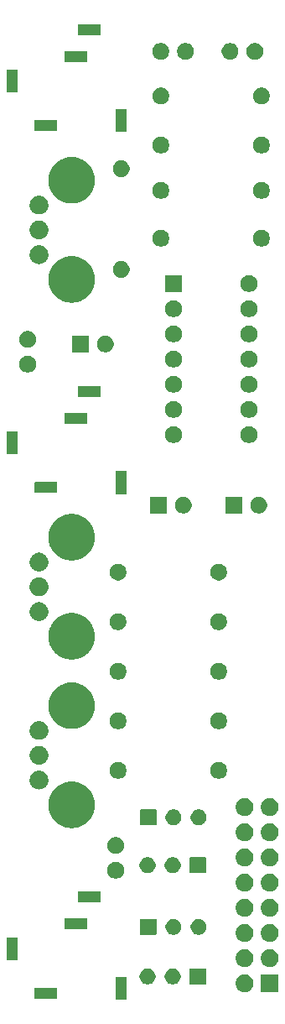
<source format=gbr>
G04 #@! TF.GenerationSoftware,KiCad,Pcbnew,9.0.0*
G04 #@! TF.CreationDate,2025-02-23T16:05:49-07:00*
G04 #@! TF.ProjectId,Notch_Filter_THT,4e6f7463-685f-4466-996c-7465725f5448,rev?*
G04 #@! TF.SameCoordinates,Original*
G04 #@! TF.FileFunction,Soldermask,Top*
G04 #@! TF.FilePolarity,Negative*
%FSLAX46Y46*%
G04 Gerber Fmt 4.6, Leading zero omitted, Abs format (unit mm)*
G04 Created by KiCad (PCBNEW 9.0.0) date 2025-02-23 16:05:49*
%MOMM*%
%LPD*%
G01*
G04 APERTURE LIST*
G04 APERTURE END LIST*
G36*
X13519517Y-96852882D02*
G01*
X13536062Y-96863938D01*
X13547118Y-96880483D01*
X13551000Y-96900000D01*
X13551000Y-99100000D01*
X13547118Y-99119517D01*
X13536062Y-99136062D01*
X13519517Y-99147118D01*
X13500000Y-99151000D01*
X12500000Y-99151000D01*
X12480483Y-99147118D01*
X12463938Y-99136062D01*
X12452882Y-99119517D01*
X12449000Y-99100000D01*
X12449000Y-96900000D01*
X12452882Y-96880483D01*
X12463938Y-96863938D01*
X12480483Y-96852882D01*
X12500000Y-96849000D01*
X13500000Y-96849000D01*
X13519517Y-96852882D01*
G37*
G36*
X6519517Y-97952882D02*
G01*
X6536062Y-97963938D01*
X6547118Y-97980483D01*
X6551000Y-98000000D01*
X6551000Y-99000000D01*
X6547118Y-99019517D01*
X6536062Y-99036062D01*
X6519517Y-99047118D01*
X6500000Y-99051000D01*
X4300000Y-99051000D01*
X4280483Y-99047118D01*
X4263938Y-99036062D01*
X4252882Y-99019517D01*
X4249000Y-99000000D01*
X4249000Y-98000000D01*
X4252882Y-97980483D01*
X4263938Y-97963938D01*
X4280483Y-97952882D01*
X4300000Y-97949000D01*
X6500000Y-97949000D01*
X6519517Y-97952882D01*
G37*
G36*
X28869517Y-96602882D02*
G01*
X28886062Y-96613938D01*
X28897118Y-96630483D01*
X28901000Y-96650000D01*
X28901000Y-98350000D01*
X28897118Y-98369517D01*
X28886062Y-98386062D01*
X28869517Y-98397118D01*
X28850000Y-98401000D01*
X27150000Y-98401000D01*
X27130483Y-98397118D01*
X27113938Y-98386062D01*
X27102882Y-98369517D01*
X27099000Y-98350000D01*
X27099000Y-96650000D01*
X27102882Y-96630483D01*
X27113938Y-96613938D01*
X27130483Y-96602882D01*
X27150000Y-96599000D01*
X28850000Y-96599000D01*
X28869517Y-96602882D01*
G37*
G36*
X25721546Y-96637797D02*
G01*
X25884728Y-96705389D01*
X26031588Y-96803518D01*
X26156482Y-96928412D01*
X26254611Y-97075272D01*
X26322203Y-97238454D01*
X26356661Y-97411687D01*
X26356661Y-97588313D01*
X26322203Y-97761546D01*
X26254611Y-97924728D01*
X26156482Y-98071588D01*
X26031588Y-98196482D01*
X25884728Y-98294611D01*
X25721546Y-98362203D01*
X25548313Y-98396661D01*
X25371687Y-98396661D01*
X25198454Y-98362203D01*
X25035272Y-98294611D01*
X24888412Y-98196482D01*
X24763518Y-98071588D01*
X24665389Y-97924728D01*
X24597797Y-97761546D01*
X24563339Y-97588313D01*
X24563339Y-97411687D01*
X24597797Y-97238454D01*
X24665389Y-97075272D01*
X24763518Y-96928412D01*
X24888412Y-96803518D01*
X25035272Y-96705389D01*
X25198454Y-96637797D01*
X25371687Y-96603339D01*
X25548313Y-96603339D01*
X25721546Y-96637797D01*
G37*
G36*
X21523517Y-96002882D02*
G01*
X21540062Y-96013938D01*
X21551118Y-96030483D01*
X21555000Y-96050000D01*
X21555000Y-97570000D01*
X21551118Y-97589517D01*
X21540062Y-97606062D01*
X21523517Y-97617118D01*
X21504000Y-97621000D01*
X19984000Y-97621000D01*
X19964483Y-97617118D01*
X19947938Y-97606062D01*
X19936882Y-97589517D01*
X19933000Y-97570000D01*
X19933000Y-96050000D01*
X19936882Y-96030483D01*
X19947938Y-96013938D01*
X19964483Y-96002882D01*
X19984000Y-95999000D01*
X21504000Y-95999000D01*
X21523517Y-96002882D01*
G37*
G36*
X15899421Y-96033921D02*
G01*
X16046303Y-96094762D01*
X16178493Y-96183089D01*
X16290911Y-96295507D01*
X16379238Y-96427697D01*
X16440079Y-96574579D01*
X16471095Y-96730508D01*
X16471095Y-96889492D01*
X16440079Y-97045421D01*
X16379238Y-97192303D01*
X16290911Y-97324493D01*
X16178493Y-97436911D01*
X16046303Y-97525238D01*
X15899421Y-97586079D01*
X15743492Y-97617095D01*
X15584508Y-97617095D01*
X15428579Y-97586079D01*
X15281697Y-97525238D01*
X15149507Y-97436911D01*
X15037089Y-97324493D01*
X14948762Y-97192303D01*
X14887921Y-97045421D01*
X14856905Y-96889492D01*
X14856905Y-96730508D01*
X14887921Y-96574579D01*
X14948762Y-96427697D01*
X15037089Y-96295507D01*
X15149507Y-96183089D01*
X15281697Y-96094762D01*
X15428579Y-96033921D01*
X15584508Y-96002905D01*
X15743492Y-96002905D01*
X15899421Y-96033921D01*
G37*
G36*
X18439421Y-96033921D02*
G01*
X18586303Y-96094762D01*
X18718493Y-96183089D01*
X18830911Y-96295507D01*
X18919238Y-96427697D01*
X18980079Y-96574579D01*
X19011095Y-96730508D01*
X19011095Y-96889492D01*
X18980079Y-97045421D01*
X18919238Y-97192303D01*
X18830911Y-97324493D01*
X18718493Y-97436911D01*
X18586303Y-97525238D01*
X18439421Y-97586079D01*
X18283492Y-97617095D01*
X18124508Y-97617095D01*
X17968579Y-97586079D01*
X17821697Y-97525238D01*
X17689507Y-97436911D01*
X17577089Y-97324493D01*
X17488762Y-97192303D01*
X17427921Y-97045421D01*
X17396905Y-96889492D01*
X17396905Y-96730508D01*
X17427921Y-96574579D01*
X17488762Y-96427697D01*
X17577089Y-96295507D01*
X17689507Y-96183089D01*
X17821697Y-96094762D01*
X17968579Y-96033921D01*
X18124508Y-96002905D01*
X18283492Y-96002905D01*
X18439421Y-96033921D01*
G37*
G36*
X25721546Y-94097797D02*
G01*
X25884728Y-94165389D01*
X26031588Y-94263518D01*
X26156482Y-94388412D01*
X26254611Y-94535272D01*
X26322203Y-94698454D01*
X26356661Y-94871687D01*
X26356661Y-95048313D01*
X26322203Y-95221546D01*
X26254611Y-95384728D01*
X26156482Y-95531588D01*
X26031588Y-95656482D01*
X25884728Y-95754611D01*
X25721546Y-95822203D01*
X25548313Y-95856661D01*
X25371687Y-95856661D01*
X25198454Y-95822203D01*
X25035272Y-95754611D01*
X24888412Y-95656482D01*
X24763518Y-95531588D01*
X24665389Y-95384728D01*
X24597797Y-95221546D01*
X24563339Y-95048313D01*
X24563339Y-94871687D01*
X24597797Y-94698454D01*
X24665389Y-94535272D01*
X24763518Y-94388412D01*
X24888412Y-94263518D01*
X25035272Y-94165389D01*
X25198454Y-94097797D01*
X25371687Y-94063339D01*
X25548313Y-94063339D01*
X25721546Y-94097797D01*
G37*
G36*
X28261546Y-94097797D02*
G01*
X28424728Y-94165389D01*
X28571588Y-94263518D01*
X28696482Y-94388412D01*
X28794611Y-94535272D01*
X28862203Y-94698454D01*
X28896661Y-94871687D01*
X28896661Y-95048313D01*
X28862203Y-95221546D01*
X28794611Y-95384728D01*
X28696482Y-95531588D01*
X28571588Y-95656482D01*
X28424728Y-95754611D01*
X28261546Y-95822203D01*
X28088313Y-95856661D01*
X27911687Y-95856661D01*
X27738454Y-95822203D01*
X27575272Y-95754611D01*
X27428412Y-95656482D01*
X27303518Y-95531588D01*
X27205389Y-95384728D01*
X27137797Y-95221546D01*
X27103339Y-95048313D01*
X27103339Y-94871687D01*
X27137797Y-94698454D01*
X27205389Y-94535272D01*
X27303518Y-94388412D01*
X27428412Y-94263518D01*
X27575272Y-94165389D01*
X27738454Y-94097797D01*
X27911687Y-94063339D01*
X28088313Y-94063339D01*
X28261546Y-94097797D01*
G37*
G36*
X2519517Y-92852882D02*
G01*
X2536062Y-92863938D01*
X2547118Y-92880483D01*
X2551000Y-92900000D01*
X2551000Y-95100000D01*
X2547118Y-95119517D01*
X2536062Y-95136062D01*
X2519517Y-95147118D01*
X2500000Y-95151000D01*
X1500000Y-95151000D01*
X1480483Y-95147118D01*
X1463938Y-95136062D01*
X1452882Y-95119517D01*
X1449000Y-95100000D01*
X1449000Y-92900000D01*
X1452882Y-92880483D01*
X1463938Y-92863938D01*
X1480483Y-92852882D01*
X1500000Y-92849000D01*
X2500000Y-92849000D01*
X2519517Y-92852882D01*
G37*
G36*
X25721546Y-91557797D02*
G01*
X25884728Y-91625389D01*
X26031588Y-91723518D01*
X26156482Y-91848412D01*
X26254611Y-91995272D01*
X26322203Y-92158454D01*
X26356661Y-92331687D01*
X26356661Y-92508313D01*
X26322203Y-92681546D01*
X26254611Y-92844728D01*
X26156482Y-92991588D01*
X26031588Y-93116482D01*
X25884728Y-93214611D01*
X25721546Y-93282203D01*
X25548313Y-93316661D01*
X25371687Y-93316661D01*
X25198454Y-93282203D01*
X25035272Y-93214611D01*
X24888412Y-93116482D01*
X24763518Y-92991588D01*
X24665389Y-92844728D01*
X24597797Y-92681546D01*
X24563339Y-92508313D01*
X24563339Y-92331687D01*
X24597797Y-92158454D01*
X24665389Y-91995272D01*
X24763518Y-91848412D01*
X24888412Y-91723518D01*
X25035272Y-91625389D01*
X25198454Y-91557797D01*
X25371687Y-91523339D01*
X25548313Y-91523339D01*
X25721546Y-91557797D01*
G37*
G36*
X28261546Y-91557797D02*
G01*
X28424728Y-91625389D01*
X28571588Y-91723518D01*
X28696482Y-91848412D01*
X28794611Y-91995272D01*
X28862203Y-92158454D01*
X28896661Y-92331687D01*
X28896661Y-92508313D01*
X28862203Y-92681546D01*
X28794611Y-92844728D01*
X28696482Y-92991588D01*
X28571588Y-93116482D01*
X28424728Y-93214611D01*
X28261546Y-93282203D01*
X28088313Y-93316661D01*
X27911687Y-93316661D01*
X27738454Y-93282203D01*
X27575272Y-93214611D01*
X27428412Y-93116482D01*
X27303518Y-92991588D01*
X27205389Y-92844728D01*
X27137797Y-92681546D01*
X27103339Y-92508313D01*
X27103339Y-92331687D01*
X27137797Y-92158454D01*
X27205389Y-91995272D01*
X27303518Y-91848412D01*
X27428412Y-91723518D01*
X27575272Y-91625389D01*
X27738454Y-91557797D01*
X27911687Y-91523339D01*
X28088313Y-91523339D01*
X28261546Y-91557797D01*
G37*
G36*
X16523517Y-91002882D02*
G01*
X16540062Y-91013938D01*
X16551118Y-91030483D01*
X16555000Y-91050000D01*
X16555000Y-92570000D01*
X16551118Y-92589517D01*
X16540062Y-92606062D01*
X16523517Y-92617118D01*
X16504000Y-92621000D01*
X14984000Y-92621000D01*
X14964483Y-92617118D01*
X14947938Y-92606062D01*
X14936882Y-92589517D01*
X14933000Y-92570000D01*
X14933000Y-91050000D01*
X14936882Y-91030483D01*
X14947938Y-91013938D01*
X14964483Y-91002882D01*
X14984000Y-90999000D01*
X16504000Y-90999000D01*
X16523517Y-91002882D01*
G37*
G36*
X18519421Y-91033921D02*
G01*
X18666303Y-91094762D01*
X18798493Y-91183089D01*
X18910911Y-91295507D01*
X18999238Y-91427697D01*
X19060079Y-91574579D01*
X19091095Y-91730508D01*
X19091095Y-91889492D01*
X19060079Y-92045421D01*
X18999238Y-92192303D01*
X18910911Y-92324493D01*
X18798493Y-92436911D01*
X18666303Y-92525238D01*
X18519421Y-92586079D01*
X18363492Y-92617095D01*
X18204508Y-92617095D01*
X18048579Y-92586079D01*
X17901697Y-92525238D01*
X17769507Y-92436911D01*
X17657089Y-92324493D01*
X17568762Y-92192303D01*
X17507921Y-92045421D01*
X17476905Y-91889492D01*
X17476905Y-91730508D01*
X17507921Y-91574579D01*
X17568762Y-91427697D01*
X17657089Y-91295507D01*
X17769507Y-91183089D01*
X17901697Y-91094762D01*
X18048579Y-91033921D01*
X18204508Y-91002905D01*
X18363492Y-91002905D01*
X18519421Y-91033921D01*
G37*
G36*
X21059421Y-91033921D02*
G01*
X21206303Y-91094762D01*
X21338493Y-91183089D01*
X21450911Y-91295507D01*
X21539238Y-91427697D01*
X21600079Y-91574579D01*
X21631095Y-91730508D01*
X21631095Y-91889492D01*
X21600079Y-92045421D01*
X21539238Y-92192303D01*
X21450911Y-92324493D01*
X21338493Y-92436911D01*
X21206303Y-92525238D01*
X21059421Y-92586079D01*
X20903492Y-92617095D01*
X20744508Y-92617095D01*
X20588579Y-92586079D01*
X20441697Y-92525238D01*
X20309507Y-92436911D01*
X20197089Y-92324493D01*
X20108762Y-92192303D01*
X20047921Y-92045421D01*
X20016905Y-91889492D01*
X20016905Y-91730508D01*
X20047921Y-91574579D01*
X20108762Y-91427697D01*
X20197089Y-91295507D01*
X20309507Y-91183089D01*
X20441697Y-91094762D01*
X20588579Y-91033921D01*
X20744508Y-91002905D01*
X20903492Y-91002905D01*
X21059421Y-91033921D01*
G37*
G36*
X9519517Y-90952882D02*
G01*
X9536062Y-90963938D01*
X9547118Y-90980483D01*
X9551000Y-91000000D01*
X9551000Y-92000000D01*
X9547118Y-92019517D01*
X9536062Y-92036062D01*
X9519517Y-92047118D01*
X9500000Y-92051000D01*
X7300000Y-92051000D01*
X7280483Y-92047118D01*
X7263938Y-92036062D01*
X7252882Y-92019517D01*
X7249000Y-92000000D01*
X7249000Y-91000000D01*
X7252882Y-90980483D01*
X7263938Y-90963938D01*
X7280483Y-90952882D01*
X7300000Y-90949000D01*
X9500000Y-90949000D01*
X9519517Y-90952882D01*
G37*
G36*
X25721546Y-89017797D02*
G01*
X25884728Y-89085389D01*
X26031588Y-89183518D01*
X26156482Y-89308412D01*
X26254611Y-89455272D01*
X26322203Y-89618454D01*
X26356661Y-89791687D01*
X26356661Y-89968313D01*
X26322203Y-90141546D01*
X26254611Y-90304728D01*
X26156482Y-90451588D01*
X26031588Y-90576482D01*
X25884728Y-90674611D01*
X25721546Y-90742203D01*
X25548313Y-90776661D01*
X25371687Y-90776661D01*
X25198454Y-90742203D01*
X25035272Y-90674611D01*
X24888412Y-90576482D01*
X24763518Y-90451588D01*
X24665389Y-90304728D01*
X24597797Y-90141546D01*
X24563339Y-89968313D01*
X24563339Y-89791687D01*
X24597797Y-89618454D01*
X24665389Y-89455272D01*
X24763518Y-89308412D01*
X24888412Y-89183518D01*
X25035272Y-89085389D01*
X25198454Y-89017797D01*
X25371687Y-88983339D01*
X25548313Y-88983339D01*
X25721546Y-89017797D01*
G37*
G36*
X28261546Y-89017797D02*
G01*
X28424728Y-89085389D01*
X28571588Y-89183518D01*
X28696482Y-89308412D01*
X28794611Y-89455272D01*
X28862203Y-89618454D01*
X28896661Y-89791687D01*
X28896661Y-89968313D01*
X28862203Y-90141546D01*
X28794611Y-90304728D01*
X28696482Y-90451588D01*
X28571588Y-90576482D01*
X28424728Y-90674611D01*
X28261546Y-90742203D01*
X28088313Y-90776661D01*
X27911687Y-90776661D01*
X27738454Y-90742203D01*
X27575272Y-90674611D01*
X27428412Y-90576482D01*
X27303518Y-90451588D01*
X27205389Y-90304728D01*
X27137797Y-90141546D01*
X27103339Y-89968313D01*
X27103339Y-89791687D01*
X27137797Y-89618454D01*
X27205389Y-89455272D01*
X27303518Y-89308412D01*
X27428412Y-89183518D01*
X27575272Y-89085389D01*
X27738454Y-89017797D01*
X27911687Y-88983339D01*
X28088313Y-88983339D01*
X28261546Y-89017797D01*
G37*
G36*
X10919517Y-88252882D02*
G01*
X10936062Y-88263938D01*
X10947118Y-88280483D01*
X10951000Y-88300000D01*
X10951000Y-89300000D01*
X10947118Y-89319517D01*
X10936062Y-89336062D01*
X10919517Y-89347118D01*
X10900000Y-89351000D01*
X8700000Y-89351000D01*
X8680483Y-89347118D01*
X8663938Y-89336062D01*
X8652882Y-89319517D01*
X8649000Y-89300000D01*
X8649000Y-88300000D01*
X8652882Y-88280483D01*
X8663938Y-88263938D01*
X8680483Y-88252882D01*
X8700000Y-88249000D01*
X10900000Y-88249000D01*
X10919517Y-88252882D01*
G37*
G36*
X25721546Y-86477797D02*
G01*
X25884728Y-86545389D01*
X26031588Y-86643518D01*
X26156482Y-86768412D01*
X26254611Y-86915272D01*
X26322203Y-87078454D01*
X26356661Y-87251687D01*
X26356661Y-87428313D01*
X26322203Y-87601546D01*
X26254611Y-87764728D01*
X26156482Y-87911588D01*
X26031588Y-88036482D01*
X25884728Y-88134611D01*
X25721546Y-88202203D01*
X25548313Y-88236661D01*
X25371687Y-88236661D01*
X25198454Y-88202203D01*
X25035272Y-88134611D01*
X24888412Y-88036482D01*
X24763518Y-87911588D01*
X24665389Y-87764728D01*
X24597797Y-87601546D01*
X24563339Y-87428313D01*
X24563339Y-87251687D01*
X24597797Y-87078454D01*
X24665389Y-86915272D01*
X24763518Y-86768412D01*
X24888412Y-86643518D01*
X25035272Y-86545389D01*
X25198454Y-86477797D01*
X25371687Y-86443339D01*
X25548313Y-86443339D01*
X25721546Y-86477797D01*
G37*
G36*
X28261546Y-86477797D02*
G01*
X28424728Y-86545389D01*
X28571588Y-86643518D01*
X28696482Y-86768412D01*
X28794611Y-86915272D01*
X28862203Y-87078454D01*
X28896661Y-87251687D01*
X28896661Y-87428313D01*
X28862203Y-87601546D01*
X28794611Y-87764728D01*
X28696482Y-87911588D01*
X28571588Y-88036482D01*
X28424728Y-88134611D01*
X28261546Y-88202203D01*
X28088313Y-88236661D01*
X27911687Y-88236661D01*
X27738454Y-88202203D01*
X27575272Y-88134611D01*
X27428412Y-88036482D01*
X27303518Y-87911588D01*
X27205389Y-87764728D01*
X27137797Y-87601546D01*
X27103339Y-87428313D01*
X27103339Y-87251687D01*
X27137797Y-87078454D01*
X27205389Y-86915272D01*
X27303518Y-86768412D01*
X27428412Y-86643518D01*
X27575272Y-86545389D01*
X27738454Y-86477797D01*
X27911687Y-86443339D01*
X28088313Y-86443339D01*
X28261546Y-86477797D01*
G37*
G36*
X12693032Y-85291644D02*
G01*
X12847159Y-85355485D01*
X12985869Y-85448168D01*
X13103832Y-85566131D01*
X13196515Y-85704841D01*
X13260356Y-85858968D01*
X13292902Y-86022587D01*
X13292902Y-86189413D01*
X13260356Y-86353032D01*
X13196515Y-86507159D01*
X13103832Y-86645869D01*
X12985869Y-86763832D01*
X12847159Y-86856515D01*
X12693032Y-86920356D01*
X12529413Y-86952902D01*
X12362587Y-86952902D01*
X12198968Y-86920356D01*
X12044841Y-86856515D01*
X11906131Y-86763832D01*
X11788168Y-86645869D01*
X11695485Y-86507159D01*
X11631644Y-86353032D01*
X11599098Y-86189413D01*
X11599098Y-86022587D01*
X11631644Y-85858968D01*
X11695485Y-85704841D01*
X11788168Y-85566131D01*
X11906131Y-85448168D01*
X12044841Y-85355485D01*
X12198968Y-85291644D01*
X12362587Y-85259098D01*
X12529413Y-85259098D01*
X12693032Y-85291644D01*
G37*
G36*
X21523517Y-84790882D02*
G01*
X21540062Y-84801938D01*
X21551118Y-84818483D01*
X21555000Y-84838000D01*
X21555000Y-86358000D01*
X21551118Y-86377517D01*
X21540062Y-86394062D01*
X21523517Y-86405118D01*
X21504000Y-86409000D01*
X19984000Y-86409000D01*
X19964483Y-86405118D01*
X19947938Y-86394062D01*
X19936882Y-86377517D01*
X19933000Y-86358000D01*
X19933000Y-84838000D01*
X19936882Y-84818483D01*
X19947938Y-84801938D01*
X19964483Y-84790882D01*
X19984000Y-84787000D01*
X21504000Y-84787000D01*
X21523517Y-84790882D01*
G37*
G36*
X15899421Y-84821921D02*
G01*
X16046303Y-84882762D01*
X16178493Y-84971089D01*
X16290911Y-85083507D01*
X16379238Y-85215697D01*
X16440079Y-85362579D01*
X16471095Y-85518508D01*
X16471095Y-85677492D01*
X16440079Y-85833421D01*
X16379238Y-85980303D01*
X16290911Y-86112493D01*
X16178493Y-86224911D01*
X16046303Y-86313238D01*
X15899421Y-86374079D01*
X15743492Y-86405095D01*
X15584508Y-86405095D01*
X15428579Y-86374079D01*
X15281697Y-86313238D01*
X15149507Y-86224911D01*
X15037089Y-86112493D01*
X14948762Y-85980303D01*
X14887921Y-85833421D01*
X14856905Y-85677492D01*
X14856905Y-85518508D01*
X14887921Y-85362579D01*
X14948762Y-85215697D01*
X15037089Y-85083507D01*
X15149507Y-84971089D01*
X15281697Y-84882762D01*
X15428579Y-84821921D01*
X15584508Y-84790905D01*
X15743492Y-84790905D01*
X15899421Y-84821921D01*
G37*
G36*
X18439421Y-84821921D02*
G01*
X18586303Y-84882762D01*
X18718493Y-84971089D01*
X18830911Y-85083507D01*
X18919238Y-85215697D01*
X18980079Y-85362579D01*
X19011095Y-85518508D01*
X19011095Y-85677492D01*
X18980079Y-85833421D01*
X18919238Y-85980303D01*
X18830911Y-86112493D01*
X18718493Y-86224911D01*
X18586303Y-86313238D01*
X18439421Y-86374079D01*
X18283492Y-86405095D01*
X18124508Y-86405095D01*
X17968579Y-86374079D01*
X17821697Y-86313238D01*
X17689507Y-86224911D01*
X17577089Y-86112493D01*
X17488762Y-85980303D01*
X17427921Y-85833421D01*
X17396905Y-85677492D01*
X17396905Y-85518508D01*
X17427921Y-85362579D01*
X17488762Y-85215697D01*
X17577089Y-85083507D01*
X17689507Y-84971089D01*
X17821697Y-84882762D01*
X17968579Y-84821921D01*
X18124508Y-84790905D01*
X18283492Y-84790905D01*
X18439421Y-84821921D01*
G37*
G36*
X25721546Y-83937797D02*
G01*
X25884728Y-84005389D01*
X26031588Y-84103518D01*
X26156482Y-84228412D01*
X26254611Y-84375272D01*
X26322203Y-84538454D01*
X26356661Y-84711687D01*
X26356661Y-84888313D01*
X26322203Y-85061546D01*
X26254611Y-85224728D01*
X26156482Y-85371588D01*
X26031588Y-85496482D01*
X25884728Y-85594611D01*
X25721546Y-85662203D01*
X25548313Y-85696661D01*
X25371687Y-85696661D01*
X25198454Y-85662203D01*
X25035272Y-85594611D01*
X24888412Y-85496482D01*
X24763518Y-85371588D01*
X24665389Y-85224728D01*
X24597797Y-85061546D01*
X24563339Y-84888313D01*
X24563339Y-84711687D01*
X24597797Y-84538454D01*
X24665389Y-84375272D01*
X24763518Y-84228412D01*
X24888412Y-84103518D01*
X25035272Y-84005389D01*
X25198454Y-83937797D01*
X25371687Y-83903339D01*
X25548313Y-83903339D01*
X25721546Y-83937797D01*
G37*
G36*
X28261546Y-83937797D02*
G01*
X28424728Y-84005389D01*
X28571588Y-84103518D01*
X28696482Y-84228412D01*
X28794611Y-84375272D01*
X28862203Y-84538454D01*
X28896661Y-84711687D01*
X28896661Y-84888313D01*
X28862203Y-85061546D01*
X28794611Y-85224728D01*
X28696482Y-85371588D01*
X28571588Y-85496482D01*
X28424728Y-85594611D01*
X28261546Y-85662203D01*
X28088313Y-85696661D01*
X27911687Y-85696661D01*
X27738454Y-85662203D01*
X27575272Y-85594611D01*
X27428412Y-85496482D01*
X27303518Y-85371588D01*
X27205389Y-85224728D01*
X27137797Y-85061546D01*
X27103339Y-84888313D01*
X27103339Y-84711687D01*
X27137797Y-84538454D01*
X27205389Y-84375272D01*
X27303518Y-84228412D01*
X27428412Y-84103518D01*
X27575272Y-84005389D01*
X27738454Y-83937797D01*
X27911687Y-83903339D01*
X28088313Y-83903339D01*
X28261546Y-83937797D01*
G37*
G36*
X12693032Y-82791644D02*
G01*
X12847159Y-82855485D01*
X12985869Y-82948168D01*
X13103832Y-83066131D01*
X13196515Y-83204841D01*
X13260356Y-83358968D01*
X13292902Y-83522587D01*
X13292902Y-83689413D01*
X13260356Y-83853032D01*
X13196515Y-84007159D01*
X13103832Y-84145869D01*
X12985869Y-84263832D01*
X12847159Y-84356515D01*
X12693032Y-84420356D01*
X12529413Y-84452902D01*
X12362587Y-84452902D01*
X12198968Y-84420356D01*
X12044841Y-84356515D01*
X11906131Y-84263832D01*
X11788168Y-84145869D01*
X11695485Y-84007159D01*
X11631644Y-83853032D01*
X11599098Y-83689413D01*
X11599098Y-83522587D01*
X11631644Y-83358968D01*
X11695485Y-83204841D01*
X11788168Y-83066131D01*
X11906131Y-82948168D01*
X12044841Y-82855485D01*
X12198968Y-82791644D01*
X12362587Y-82759098D01*
X12529413Y-82759098D01*
X12693032Y-82791644D01*
G37*
G36*
X25721546Y-81397797D02*
G01*
X25884728Y-81465389D01*
X26031588Y-81563518D01*
X26156482Y-81688412D01*
X26254611Y-81835272D01*
X26322203Y-81998454D01*
X26356661Y-82171687D01*
X26356661Y-82348313D01*
X26322203Y-82521546D01*
X26254611Y-82684728D01*
X26156482Y-82831588D01*
X26031588Y-82956482D01*
X25884728Y-83054611D01*
X25721546Y-83122203D01*
X25548313Y-83156661D01*
X25371687Y-83156661D01*
X25198454Y-83122203D01*
X25035272Y-83054611D01*
X24888412Y-82956482D01*
X24763518Y-82831588D01*
X24665389Y-82684728D01*
X24597797Y-82521546D01*
X24563339Y-82348313D01*
X24563339Y-82171687D01*
X24597797Y-81998454D01*
X24665389Y-81835272D01*
X24763518Y-81688412D01*
X24888412Y-81563518D01*
X25035272Y-81465389D01*
X25198454Y-81397797D01*
X25371687Y-81363339D01*
X25548313Y-81363339D01*
X25721546Y-81397797D01*
G37*
G36*
X28261546Y-81397797D02*
G01*
X28424728Y-81465389D01*
X28571588Y-81563518D01*
X28696482Y-81688412D01*
X28794611Y-81835272D01*
X28862203Y-81998454D01*
X28896661Y-82171687D01*
X28896661Y-82348313D01*
X28862203Y-82521546D01*
X28794611Y-82684728D01*
X28696482Y-82831588D01*
X28571588Y-82956482D01*
X28424728Y-83054611D01*
X28261546Y-83122203D01*
X28088313Y-83156661D01*
X27911687Y-83156661D01*
X27738454Y-83122203D01*
X27575272Y-83054611D01*
X27428412Y-82956482D01*
X27303518Y-82831588D01*
X27205389Y-82684728D01*
X27137797Y-82521546D01*
X27103339Y-82348313D01*
X27103339Y-82171687D01*
X27137797Y-81998454D01*
X27205389Y-81835272D01*
X27303518Y-81688412D01*
X27428412Y-81563518D01*
X27575272Y-81465389D01*
X27738454Y-81397797D01*
X27911687Y-81363339D01*
X28088313Y-81363339D01*
X28261546Y-81397797D01*
G37*
G36*
X8141920Y-77154034D02*
G01*
X8153763Y-77154034D01*
X8224053Y-77163287D01*
X8393772Y-77182410D01*
X8427124Y-77190022D01*
X8458657Y-77194174D01*
X8535379Y-77214731D01*
X8650782Y-77241072D01*
X8706678Y-77260630D01*
X8755704Y-77273767D01*
X8818194Y-77299651D01*
X8899617Y-77328142D01*
X8977336Y-77365569D01*
X9039821Y-77391452D01*
X9083773Y-77416827D01*
X9137125Y-77442521D01*
X9237338Y-77505489D01*
X9306146Y-77545215D01*
X9331386Y-77564582D01*
X9360341Y-77582776D01*
X9493832Y-77689232D01*
X9550122Y-77732425D01*
X9558501Y-77740804D01*
X9566446Y-77747140D01*
X9752859Y-77933553D01*
X9759194Y-77941497D01*
X9767575Y-77949878D01*
X9810772Y-78006174D01*
X9917223Y-78139658D01*
X9935415Y-78168610D01*
X9954785Y-78193854D01*
X9994515Y-78262668D01*
X10057478Y-78362874D01*
X10083168Y-78416221D01*
X10108548Y-78460179D01*
X10134433Y-78522671D01*
X10171857Y-78600382D01*
X10200344Y-78681795D01*
X10226233Y-78744296D01*
X10239371Y-78793329D01*
X10258927Y-78849217D01*
X10285263Y-78964600D01*
X10305826Y-79041343D01*
X10309978Y-79072883D01*
X10317589Y-79106227D01*
X10336709Y-79275929D01*
X10345966Y-79346237D01*
X10345966Y-79358080D01*
X10347105Y-79368189D01*
X10347105Y-79631810D01*
X10345966Y-79641918D01*
X10345966Y-79653763D01*
X10336709Y-79724076D01*
X10317589Y-79893772D01*
X10309978Y-79927114D01*
X10305826Y-79958657D01*
X10285261Y-80035405D01*
X10258927Y-80150782D01*
X10239372Y-80206665D01*
X10226233Y-80255704D01*
X10200342Y-80318210D01*
X10171857Y-80399617D01*
X10134436Y-80477321D01*
X10108548Y-80539821D01*
X10083166Y-80583783D01*
X10057478Y-80637125D01*
X9994522Y-80737319D01*
X9954785Y-80806146D01*
X9935411Y-80831393D01*
X9917223Y-80860341D01*
X9810793Y-80993799D01*
X9767575Y-81050122D01*
X9759190Y-81058506D01*
X9752859Y-81066446D01*
X9566446Y-81252859D01*
X9558506Y-81259190D01*
X9550122Y-81267575D01*
X9493799Y-81310793D01*
X9360341Y-81417223D01*
X9331393Y-81435411D01*
X9306146Y-81454785D01*
X9237319Y-81494522D01*
X9137125Y-81557478D01*
X9083783Y-81583166D01*
X9039821Y-81608548D01*
X8977321Y-81634436D01*
X8899617Y-81671857D01*
X8818210Y-81700342D01*
X8755704Y-81726233D01*
X8706665Y-81739372D01*
X8650782Y-81758927D01*
X8535405Y-81785261D01*
X8458657Y-81805826D01*
X8427114Y-81809978D01*
X8393772Y-81817589D01*
X8224072Y-81836709D01*
X8153763Y-81845966D01*
X8141920Y-81845966D01*
X8131811Y-81847105D01*
X7868189Y-81847105D01*
X7858080Y-81845966D01*
X7846237Y-81845966D01*
X7775929Y-81836709D01*
X7606227Y-81817589D01*
X7572883Y-81809978D01*
X7541343Y-81805826D01*
X7464600Y-81785263D01*
X7349217Y-81758927D01*
X7293329Y-81739371D01*
X7244296Y-81726233D01*
X7181795Y-81700344D01*
X7100382Y-81671857D01*
X7022671Y-81634433D01*
X6960179Y-81608548D01*
X6916221Y-81583168D01*
X6862874Y-81557478D01*
X6762668Y-81494515D01*
X6693854Y-81454785D01*
X6668610Y-81435415D01*
X6639658Y-81417223D01*
X6506174Y-81310772D01*
X6449878Y-81267575D01*
X6441497Y-81259194D01*
X6433553Y-81252859D01*
X6247140Y-81066446D01*
X6240804Y-81058501D01*
X6232425Y-81050122D01*
X6189232Y-80993832D01*
X6082776Y-80860341D01*
X6064582Y-80831386D01*
X6045215Y-80806146D01*
X6005489Y-80737338D01*
X5942521Y-80637125D01*
X5916827Y-80583773D01*
X5891452Y-80539821D01*
X5865569Y-80477336D01*
X5828142Y-80399617D01*
X5799651Y-80318194D01*
X5773767Y-80255704D01*
X5760630Y-80206678D01*
X5741072Y-80150782D01*
X5714731Y-80035379D01*
X5694174Y-79958657D01*
X5690022Y-79927124D01*
X5682410Y-79893772D01*
X5663288Y-79724057D01*
X5654034Y-79653763D01*
X5654034Y-79641919D01*
X5652895Y-79631810D01*
X5652895Y-79368189D01*
X5654034Y-79358079D01*
X5654034Y-79346237D01*
X5663287Y-79275948D01*
X5682410Y-79106227D01*
X5690023Y-79072872D01*
X5694174Y-79041343D01*
X5714730Y-78964625D01*
X5741072Y-78849217D01*
X5760631Y-78793317D01*
X5773767Y-78744296D01*
X5799649Y-78681810D01*
X5828142Y-78600382D01*
X5865572Y-78522656D01*
X5891452Y-78460179D01*
X5916825Y-78416231D01*
X5942521Y-78362874D01*
X6005496Y-78262648D01*
X6045215Y-78193854D01*
X6064579Y-78168617D01*
X6082776Y-78139658D01*
X6189252Y-78006141D01*
X6232425Y-77949878D01*
X6240800Y-77941502D01*
X6247140Y-77933553D01*
X6433553Y-77747140D01*
X6441502Y-77740800D01*
X6449878Y-77732425D01*
X6506141Y-77689252D01*
X6639658Y-77582776D01*
X6668617Y-77564579D01*
X6693854Y-77545215D01*
X6762648Y-77505496D01*
X6862874Y-77442521D01*
X6916231Y-77416825D01*
X6960179Y-77391452D01*
X7022656Y-77365572D01*
X7100382Y-77328142D01*
X7181810Y-77299649D01*
X7244296Y-77273767D01*
X7293317Y-77260631D01*
X7349217Y-77241072D01*
X7464625Y-77214730D01*
X7541343Y-77194174D01*
X7572872Y-77190023D01*
X7606227Y-77182410D01*
X7775948Y-77163287D01*
X7846237Y-77154034D01*
X7858080Y-77154034D01*
X7868189Y-77152895D01*
X8131811Y-77152895D01*
X8141920Y-77154034D01*
G37*
G36*
X16523517Y-79964882D02*
G01*
X16540062Y-79975938D01*
X16551118Y-79992483D01*
X16555000Y-80012000D01*
X16555000Y-81532000D01*
X16551118Y-81551517D01*
X16540062Y-81568062D01*
X16523517Y-81579118D01*
X16504000Y-81583000D01*
X14984000Y-81583000D01*
X14964483Y-81579118D01*
X14947938Y-81568062D01*
X14936882Y-81551517D01*
X14933000Y-81532000D01*
X14933000Y-80012000D01*
X14936882Y-79992483D01*
X14947938Y-79975938D01*
X14964483Y-79964882D01*
X14984000Y-79961000D01*
X16504000Y-79961000D01*
X16523517Y-79964882D01*
G37*
G36*
X18519421Y-79995921D02*
G01*
X18666303Y-80056762D01*
X18798493Y-80145089D01*
X18910911Y-80257507D01*
X18999238Y-80389697D01*
X19060079Y-80536579D01*
X19091095Y-80692508D01*
X19091095Y-80851492D01*
X19060079Y-81007421D01*
X18999238Y-81154303D01*
X18910911Y-81286493D01*
X18798493Y-81398911D01*
X18666303Y-81487238D01*
X18519421Y-81548079D01*
X18363492Y-81579095D01*
X18204508Y-81579095D01*
X18048579Y-81548079D01*
X17901697Y-81487238D01*
X17769507Y-81398911D01*
X17657089Y-81286493D01*
X17568762Y-81154303D01*
X17507921Y-81007421D01*
X17476905Y-80851492D01*
X17476905Y-80692508D01*
X17507921Y-80536579D01*
X17568762Y-80389697D01*
X17657089Y-80257507D01*
X17769507Y-80145089D01*
X17901697Y-80056762D01*
X18048579Y-79995921D01*
X18204508Y-79964905D01*
X18363492Y-79964905D01*
X18519421Y-79995921D01*
G37*
G36*
X21059421Y-79995921D02*
G01*
X21206303Y-80056762D01*
X21338493Y-80145089D01*
X21450911Y-80257507D01*
X21539238Y-80389697D01*
X21600079Y-80536579D01*
X21631095Y-80692508D01*
X21631095Y-80851492D01*
X21600079Y-81007421D01*
X21539238Y-81154303D01*
X21450911Y-81286493D01*
X21338493Y-81398911D01*
X21206303Y-81487238D01*
X21059421Y-81548079D01*
X20903492Y-81579095D01*
X20744508Y-81579095D01*
X20588579Y-81548079D01*
X20441697Y-81487238D01*
X20309507Y-81398911D01*
X20197089Y-81286493D01*
X20108762Y-81154303D01*
X20047921Y-81007421D01*
X20016905Y-80851492D01*
X20016905Y-80692508D01*
X20047921Y-80536579D01*
X20108762Y-80389697D01*
X20197089Y-80257507D01*
X20309507Y-80145089D01*
X20441697Y-80056762D01*
X20588579Y-79995921D01*
X20744508Y-79964905D01*
X20903492Y-79964905D01*
X21059421Y-79995921D01*
G37*
G36*
X25721546Y-78857797D02*
G01*
X25884728Y-78925389D01*
X26031588Y-79023518D01*
X26156482Y-79148412D01*
X26254611Y-79295272D01*
X26322203Y-79458454D01*
X26356661Y-79631687D01*
X26356661Y-79808313D01*
X26322203Y-79981546D01*
X26254611Y-80144728D01*
X26156482Y-80291588D01*
X26031588Y-80416482D01*
X25884728Y-80514611D01*
X25721546Y-80582203D01*
X25548313Y-80616661D01*
X25371687Y-80616661D01*
X25198454Y-80582203D01*
X25035272Y-80514611D01*
X24888412Y-80416482D01*
X24763518Y-80291588D01*
X24665389Y-80144728D01*
X24597797Y-79981546D01*
X24563339Y-79808313D01*
X24563339Y-79631687D01*
X24597797Y-79458454D01*
X24665389Y-79295272D01*
X24763518Y-79148412D01*
X24888412Y-79023518D01*
X25035272Y-78925389D01*
X25198454Y-78857797D01*
X25371687Y-78823339D01*
X25548313Y-78823339D01*
X25721546Y-78857797D01*
G37*
G36*
X28261546Y-78857797D02*
G01*
X28424728Y-78925389D01*
X28571588Y-79023518D01*
X28696482Y-79148412D01*
X28794611Y-79295272D01*
X28862203Y-79458454D01*
X28896661Y-79631687D01*
X28896661Y-79808313D01*
X28862203Y-79981546D01*
X28794611Y-80144728D01*
X28696482Y-80291588D01*
X28571588Y-80416482D01*
X28424728Y-80514611D01*
X28261546Y-80582203D01*
X28088313Y-80616661D01*
X27911687Y-80616661D01*
X27738454Y-80582203D01*
X27575272Y-80514611D01*
X27428412Y-80416482D01*
X27303518Y-80291588D01*
X27205389Y-80144728D01*
X27137797Y-79981546D01*
X27103339Y-79808313D01*
X27103339Y-79631687D01*
X27137797Y-79458454D01*
X27205389Y-79295272D01*
X27303518Y-79148412D01*
X27428412Y-79023518D01*
X27575272Y-78925389D01*
X27738454Y-78857797D01*
X27911687Y-78823339D01*
X28088313Y-78823339D01*
X28261546Y-78857797D01*
G37*
G36*
X4782553Y-76053579D02*
G01*
X4793214Y-76053579D01*
X4834865Y-76061864D01*
X4921916Y-76075651D01*
X4949918Y-76084749D01*
X4976061Y-76089950D01*
X5012956Y-76105232D01*
X5063784Y-76121748D01*
X5111399Y-76146009D01*
X5148298Y-76161293D01*
X5170463Y-76176103D01*
X5196693Y-76189468D01*
X5267990Y-76241268D01*
X5303308Y-76264867D01*
X5310846Y-76272405D01*
X5317370Y-76277145D01*
X5422854Y-76382629D01*
X5427593Y-76389152D01*
X5435133Y-76396692D01*
X5458734Y-76432014D01*
X5510531Y-76503306D01*
X5523894Y-76529533D01*
X5538707Y-76551702D01*
X5553993Y-76588605D01*
X5578251Y-76636215D01*
X5594764Y-76687035D01*
X5610050Y-76723939D01*
X5615251Y-76750086D01*
X5624348Y-76778083D01*
X5638134Y-76865125D01*
X5646421Y-76906786D01*
X5646421Y-76917447D01*
X5647683Y-76925415D01*
X5647683Y-77074584D01*
X5646421Y-77082551D01*
X5646421Y-77093214D01*
X5638133Y-77134877D01*
X5624348Y-77221916D01*
X5615251Y-77249910D01*
X5610050Y-77276061D01*
X5594762Y-77312968D01*
X5578251Y-77363784D01*
X5553995Y-77411388D01*
X5538707Y-77448298D01*
X5523892Y-77470470D01*
X5510531Y-77496693D01*
X5458742Y-77567973D01*
X5435133Y-77603308D01*
X5427591Y-77610849D01*
X5422854Y-77617370D01*
X5317370Y-77722854D01*
X5310849Y-77727591D01*
X5303308Y-77735133D01*
X5267973Y-77758742D01*
X5196693Y-77810531D01*
X5170470Y-77823892D01*
X5148298Y-77838707D01*
X5111388Y-77853995D01*
X5063784Y-77878251D01*
X5012968Y-77894762D01*
X4976061Y-77910050D01*
X4949910Y-77915251D01*
X4921916Y-77924348D01*
X4834875Y-77938133D01*
X4793214Y-77946421D01*
X4782553Y-77946421D01*
X4774585Y-77947683D01*
X4625415Y-77947683D01*
X4617447Y-77946421D01*
X4606786Y-77946421D01*
X4565125Y-77938134D01*
X4478083Y-77924348D01*
X4450086Y-77915251D01*
X4423939Y-77910050D01*
X4387035Y-77894764D01*
X4336215Y-77878251D01*
X4288605Y-77853993D01*
X4251702Y-77838707D01*
X4229533Y-77823894D01*
X4203306Y-77810531D01*
X4132014Y-77758734D01*
X4096692Y-77735133D01*
X4089152Y-77727593D01*
X4082629Y-77722854D01*
X3977145Y-77617370D01*
X3972405Y-77610846D01*
X3964867Y-77603308D01*
X3941268Y-77567990D01*
X3889468Y-77496693D01*
X3876103Y-77470463D01*
X3861293Y-77448298D01*
X3846009Y-77411399D01*
X3821748Y-77363784D01*
X3805232Y-77312956D01*
X3789950Y-77276061D01*
X3784749Y-77249918D01*
X3775651Y-77221916D01*
X3761864Y-77134867D01*
X3753579Y-77093214D01*
X3753579Y-77082552D01*
X3752317Y-77074584D01*
X3752317Y-76925415D01*
X3753579Y-76917446D01*
X3753579Y-76906786D01*
X3761863Y-76865136D01*
X3775651Y-76778083D01*
X3784750Y-76750078D01*
X3789950Y-76723939D01*
X3805231Y-76687046D01*
X3821748Y-76636215D01*
X3846011Y-76588595D01*
X3861293Y-76551702D01*
X3876101Y-76529539D01*
X3889468Y-76503306D01*
X3941277Y-76431996D01*
X3964867Y-76396692D01*
X3972402Y-76389156D01*
X3977145Y-76382629D01*
X4082629Y-76277145D01*
X4089156Y-76272402D01*
X4096692Y-76264867D01*
X4131996Y-76241277D01*
X4203306Y-76189468D01*
X4229539Y-76176101D01*
X4251702Y-76161293D01*
X4288595Y-76146011D01*
X4336215Y-76121748D01*
X4387046Y-76105231D01*
X4423939Y-76089950D01*
X4450078Y-76084750D01*
X4478083Y-76075651D01*
X4565136Y-76061863D01*
X4606786Y-76053579D01*
X4617447Y-76053579D01*
X4625415Y-76052317D01*
X4774585Y-76052317D01*
X4782553Y-76053579D01*
G37*
G36*
X12929032Y-75215644D02*
G01*
X13083159Y-75279485D01*
X13221869Y-75372168D01*
X13339832Y-75490131D01*
X13432515Y-75628841D01*
X13496356Y-75782968D01*
X13528902Y-75946587D01*
X13528902Y-76113413D01*
X13496356Y-76277032D01*
X13432515Y-76431159D01*
X13339832Y-76569869D01*
X13221869Y-76687832D01*
X13083159Y-76780515D01*
X12929032Y-76844356D01*
X12765413Y-76876902D01*
X12598587Y-76876902D01*
X12434968Y-76844356D01*
X12280841Y-76780515D01*
X12142131Y-76687832D01*
X12024168Y-76569869D01*
X11931485Y-76431159D01*
X11867644Y-76277032D01*
X11835098Y-76113413D01*
X11835098Y-75946587D01*
X11867644Y-75782968D01*
X11931485Y-75628841D01*
X12024168Y-75490131D01*
X12142131Y-75372168D01*
X12280841Y-75279485D01*
X12434968Y-75215644D01*
X12598587Y-75183098D01*
X12765413Y-75183098D01*
X12929032Y-75215644D01*
G37*
G36*
X23089032Y-75215644D02*
G01*
X23243159Y-75279485D01*
X23381869Y-75372168D01*
X23499832Y-75490131D01*
X23592515Y-75628841D01*
X23656356Y-75782968D01*
X23688902Y-75946587D01*
X23688902Y-76113413D01*
X23656356Y-76277032D01*
X23592515Y-76431159D01*
X23499832Y-76569869D01*
X23381869Y-76687832D01*
X23243159Y-76780515D01*
X23089032Y-76844356D01*
X22925413Y-76876902D01*
X22758587Y-76876902D01*
X22594968Y-76844356D01*
X22440841Y-76780515D01*
X22302131Y-76687832D01*
X22184168Y-76569869D01*
X22091485Y-76431159D01*
X22027644Y-76277032D01*
X21995098Y-76113413D01*
X21995098Y-75946587D01*
X22027644Y-75782968D01*
X22091485Y-75628841D01*
X22184168Y-75490131D01*
X22302131Y-75372168D01*
X22440841Y-75279485D01*
X22594968Y-75215644D01*
X22758587Y-75183098D01*
X22925413Y-75183098D01*
X23089032Y-75215644D01*
G37*
G36*
X4782553Y-73553579D02*
G01*
X4793214Y-73553579D01*
X4834865Y-73561864D01*
X4921916Y-73575651D01*
X4949918Y-73584749D01*
X4976061Y-73589950D01*
X5012956Y-73605232D01*
X5063784Y-73621748D01*
X5111399Y-73646009D01*
X5148298Y-73661293D01*
X5170463Y-73676103D01*
X5196693Y-73689468D01*
X5267990Y-73741268D01*
X5303308Y-73764867D01*
X5310846Y-73772405D01*
X5317370Y-73777145D01*
X5422854Y-73882629D01*
X5427593Y-73889152D01*
X5435133Y-73896692D01*
X5458734Y-73932014D01*
X5510531Y-74003306D01*
X5523894Y-74029533D01*
X5538707Y-74051702D01*
X5553993Y-74088605D01*
X5578251Y-74136215D01*
X5594764Y-74187035D01*
X5610050Y-74223939D01*
X5615251Y-74250086D01*
X5624348Y-74278083D01*
X5638134Y-74365125D01*
X5646421Y-74406786D01*
X5646421Y-74417447D01*
X5647683Y-74425415D01*
X5647683Y-74574584D01*
X5646421Y-74582551D01*
X5646421Y-74593214D01*
X5638133Y-74634877D01*
X5624348Y-74721916D01*
X5615251Y-74749910D01*
X5610050Y-74776061D01*
X5594762Y-74812968D01*
X5578251Y-74863784D01*
X5553995Y-74911388D01*
X5538707Y-74948298D01*
X5523892Y-74970470D01*
X5510531Y-74996693D01*
X5458742Y-75067973D01*
X5435133Y-75103308D01*
X5427591Y-75110849D01*
X5422854Y-75117370D01*
X5317370Y-75222854D01*
X5310849Y-75227591D01*
X5303308Y-75235133D01*
X5267973Y-75258742D01*
X5196693Y-75310531D01*
X5170470Y-75323892D01*
X5148298Y-75338707D01*
X5111388Y-75353995D01*
X5063784Y-75378251D01*
X5012968Y-75394762D01*
X4976061Y-75410050D01*
X4949910Y-75415251D01*
X4921916Y-75424348D01*
X4834875Y-75438133D01*
X4793214Y-75446421D01*
X4782553Y-75446421D01*
X4774585Y-75447683D01*
X4625415Y-75447683D01*
X4617447Y-75446421D01*
X4606786Y-75446421D01*
X4565125Y-75438134D01*
X4478083Y-75424348D01*
X4450086Y-75415251D01*
X4423939Y-75410050D01*
X4387035Y-75394764D01*
X4336215Y-75378251D01*
X4288605Y-75353993D01*
X4251702Y-75338707D01*
X4229533Y-75323894D01*
X4203306Y-75310531D01*
X4132014Y-75258734D01*
X4096692Y-75235133D01*
X4089152Y-75227593D01*
X4082629Y-75222854D01*
X3977145Y-75117370D01*
X3972405Y-75110846D01*
X3964867Y-75103308D01*
X3941268Y-75067990D01*
X3889468Y-74996693D01*
X3876103Y-74970463D01*
X3861293Y-74948298D01*
X3846009Y-74911399D01*
X3821748Y-74863784D01*
X3805232Y-74812956D01*
X3789950Y-74776061D01*
X3784749Y-74749918D01*
X3775651Y-74721916D01*
X3761864Y-74634867D01*
X3753579Y-74593214D01*
X3753579Y-74582552D01*
X3752317Y-74574584D01*
X3752317Y-74425415D01*
X3753579Y-74417446D01*
X3753579Y-74406786D01*
X3761863Y-74365136D01*
X3775651Y-74278083D01*
X3784750Y-74250078D01*
X3789950Y-74223939D01*
X3805231Y-74187046D01*
X3821748Y-74136215D01*
X3846011Y-74088595D01*
X3861293Y-74051702D01*
X3876101Y-74029539D01*
X3889468Y-74003306D01*
X3941277Y-73931996D01*
X3964867Y-73896692D01*
X3972402Y-73889156D01*
X3977145Y-73882629D01*
X4082629Y-73777145D01*
X4089156Y-73772402D01*
X4096692Y-73764867D01*
X4131996Y-73741277D01*
X4203306Y-73689468D01*
X4229539Y-73676101D01*
X4251702Y-73661293D01*
X4288595Y-73646011D01*
X4336215Y-73621748D01*
X4387046Y-73605231D01*
X4423939Y-73589950D01*
X4450078Y-73584750D01*
X4478083Y-73575651D01*
X4565136Y-73561863D01*
X4606786Y-73553579D01*
X4617447Y-73553579D01*
X4625415Y-73552317D01*
X4774585Y-73552317D01*
X4782553Y-73553579D01*
G37*
G36*
X4782553Y-71053579D02*
G01*
X4793214Y-71053579D01*
X4834865Y-71061864D01*
X4921916Y-71075651D01*
X4949918Y-71084749D01*
X4976061Y-71089950D01*
X5012956Y-71105232D01*
X5063784Y-71121748D01*
X5111399Y-71146009D01*
X5148298Y-71161293D01*
X5170463Y-71176103D01*
X5196693Y-71189468D01*
X5267990Y-71241268D01*
X5303308Y-71264867D01*
X5310846Y-71272405D01*
X5317370Y-71277145D01*
X5422854Y-71382629D01*
X5427593Y-71389152D01*
X5435133Y-71396692D01*
X5458734Y-71432014D01*
X5510531Y-71503306D01*
X5523894Y-71529533D01*
X5538707Y-71551702D01*
X5553993Y-71588605D01*
X5578251Y-71636215D01*
X5594764Y-71687035D01*
X5610050Y-71723939D01*
X5615251Y-71750086D01*
X5624348Y-71778083D01*
X5638134Y-71865125D01*
X5646421Y-71906786D01*
X5646421Y-71917447D01*
X5647683Y-71925415D01*
X5647683Y-72074584D01*
X5646421Y-72082551D01*
X5646421Y-72093214D01*
X5638133Y-72134877D01*
X5624348Y-72221916D01*
X5615251Y-72249910D01*
X5610050Y-72276061D01*
X5594762Y-72312968D01*
X5578251Y-72363784D01*
X5553995Y-72411388D01*
X5538707Y-72448298D01*
X5523892Y-72470470D01*
X5510531Y-72496693D01*
X5458742Y-72567973D01*
X5435133Y-72603308D01*
X5427591Y-72610849D01*
X5422854Y-72617370D01*
X5317370Y-72722854D01*
X5310849Y-72727591D01*
X5303308Y-72735133D01*
X5267973Y-72758742D01*
X5196693Y-72810531D01*
X5170470Y-72823892D01*
X5148298Y-72838707D01*
X5111388Y-72853995D01*
X5063784Y-72878251D01*
X5012968Y-72894762D01*
X4976061Y-72910050D01*
X4949910Y-72915251D01*
X4921916Y-72924348D01*
X4834875Y-72938133D01*
X4793214Y-72946421D01*
X4782553Y-72946421D01*
X4774585Y-72947683D01*
X4625415Y-72947683D01*
X4617447Y-72946421D01*
X4606786Y-72946421D01*
X4565125Y-72938134D01*
X4478083Y-72924348D01*
X4450086Y-72915251D01*
X4423939Y-72910050D01*
X4387035Y-72894764D01*
X4336215Y-72878251D01*
X4288605Y-72853993D01*
X4251702Y-72838707D01*
X4229533Y-72823894D01*
X4203306Y-72810531D01*
X4132014Y-72758734D01*
X4096692Y-72735133D01*
X4089152Y-72727593D01*
X4082629Y-72722854D01*
X3977145Y-72617370D01*
X3972405Y-72610846D01*
X3964867Y-72603308D01*
X3941268Y-72567990D01*
X3889468Y-72496693D01*
X3876103Y-72470463D01*
X3861293Y-72448298D01*
X3846009Y-72411399D01*
X3821748Y-72363784D01*
X3805232Y-72312956D01*
X3789950Y-72276061D01*
X3784749Y-72249918D01*
X3775651Y-72221916D01*
X3761864Y-72134867D01*
X3753579Y-72093214D01*
X3753579Y-72082552D01*
X3752317Y-72074584D01*
X3752317Y-71925415D01*
X3753579Y-71917446D01*
X3753579Y-71906786D01*
X3761863Y-71865136D01*
X3775651Y-71778083D01*
X3784750Y-71750078D01*
X3789950Y-71723939D01*
X3805231Y-71687046D01*
X3821748Y-71636215D01*
X3846011Y-71588595D01*
X3861293Y-71551702D01*
X3876101Y-71529539D01*
X3889468Y-71503306D01*
X3941277Y-71431996D01*
X3964867Y-71396692D01*
X3972402Y-71389156D01*
X3977145Y-71382629D01*
X4082629Y-71277145D01*
X4089156Y-71272402D01*
X4096692Y-71264867D01*
X4131996Y-71241277D01*
X4203306Y-71189468D01*
X4229539Y-71176101D01*
X4251702Y-71161293D01*
X4288595Y-71146011D01*
X4336215Y-71121748D01*
X4387046Y-71105231D01*
X4423939Y-71089950D01*
X4450078Y-71084750D01*
X4478083Y-71075651D01*
X4565136Y-71061863D01*
X4606786Y-71053579D01*
X4617447Y-71053579D01*
X4625415Y-71052317D01*
X4774585Y-71052317D01*
X4782553Y-71053579D01*
G37*
G36*
X12929032Y-70215644D02*
G01*
X13083159Y-70279485D01*
X13221869Y-70372168D01*
X13339832Y-70490131D01*
X13432515Y-70628841D01*
X13496356Y-70782968D01*
X13528902Y-70946587D01*
X13528902Y-71113413D01*
X13496356Y-71277032D01*
X13432515Y-71431159D01*
X13339832Y-71569869D01*
X13221869Y-71687832D01*
X13083159Y-71780515D01*
X12929032Y-71844356D01*
X12765413Y-71876902D01*
X12598587Y-71876902D01*
X12434968Y-71844356D01*
X12280841Y-71780515D01*
X12142131Y-71687832D01*
X12024168Y-71569869D01*
X11931485Y-71431159D01*
X11867644Y-71277032D01*
X11835098Y-71113413D01*
X11835098Y-70946587D01*
X11867644Y-70782968D01*
X11931485Y-70628841D01*
X12024168Y-70490131D01*
X12142131Y-70372168D01*
X12280841Y-70279485D01*
X12434968Y-70215644D01*
X12598587Y-70183098D01*
X12765413Y-70183098D01*
X12929032Y-70215644D01*
G37*
G36*
X23089032Y-70215644D02*
G01*
X23243159Y-70279485D01*
X23381869Y-70372168D01*
X23499832Y-70490131D01*
X23592515Y-70628841D01*
X23656356Y-70782968D01*
X23688902Y-70946587D01*
X23688902Y-71113413D01*
X23656356Y-71277032D01*
X23592515Y-71431159D01*
X23499832Y-71569869D01*
X23381869Y-71687832D01*
X23243159Y-71780515D01*
X23089032Y-71844356D01*
X22925413Y-71876902D01*
X22758587Y-71876902D01*
X22594968Y-71844356D01*
X22440841Y-71780515D01*
X22302131Y-71687832D01*
X22184168Y-71569869D01*
X22091485Y-71431159D01*
X22027644Y-71277032D01*
X21995098Y-71113413D01*
X21995098Y-70946587D01*
X22027644Y-70782968D01*
X22091485Y-70628841D01*
X22184168Y-70490131D01*
X22302131Y-70372168D01*
X22440841Y-70279485D01*
X22594968Y-70215644D01*
X22758587Y-70183098D01*
X22925413Y-70183098D01*
X23089032Y-70215644D01*
G37*
G36*
X8141920Y-67154034D02*
G01*
X8153763Y-67154034D01*
X8224053Y-67163287D01*
X8393772Y-67182410D01*
X8427124Y-67190022D01*
X8458657Y-67194174D01*
X8535379Y-67214731D01*
X8650782Y-67241072D01*
X8706678Y-67260630D01*
X8755704Y-67273767D01*
X8818194Y-67299651D01*
X8899617Y-67328142D01*
X8977336Y-67365569D01*
X9039821Y-67391452D01*
X9083773Y-67416827D01*
X9137125Y-67442521D01*
X9237338Y-67505489D01*
X9306146Y-67545215D01*
X9331386Y-67564582D01*
X9360341Y-67582776D01*
X9493832Y-67689232D01*
X9550122Y-67732425D01*
X9558501Y-67740804D01*
X9566446Y-67747140D01*
X9752859Y-67933553D01*
X9759194Y-67941497D01*
X9767575Y-67949878D01*
X9810772Y-68006174D01*
X9917223Y-68139658D01*
X9935415Y-68168610D01*
X9954785Y-68193854D01*
X9994515Y-68262668D01*
X10057478Y-68362874D01*
X10083168Y-68416221D01*
X10108548Y-68460179D01*
X10134433Y-68522671D01*
X10171857Y-68600382D01*
X10200344Y-68681795D01*
X10226233Y-68744296D01*
X10239371Y-68793329D01*
X10258927Y-68849217D01*
X10285263Y-68964600D01*
X10305826Y-69041343D01*
X10309978Y-69072883D01*
X10317589Y-69106227D01*
X10336709Y-69275929D01*
X10345966Y-69346237D01*
X10345966Y-69358080D01*
X10347105Y-69368189D01*
X10347105Y-69631810D01*
X10345966Y-69641918D01*
X10345966Y-69653763D01*
X10336709Y-69724076D01*
X10317589Y-69893772D01*
X10309978Y-69927114D01*
X10305826Y-69958657D01*
X10285261Y-70035405D01*
X10258927Y-70150782D01*
X10239372Y-70206665D01*
X10226233Y-70255704D01*
X10200342Y-70318210D01*
X10171857Y-70399617D01*
X10134436Y-70477321D01*
X10108548Y-70539821D01*
X10083166Y-70583783D01*
X10057478Y-70637125D01*
X9994522Y-70737319D01*
X9954785Y-70806146D01*
X9935411Y-70831393D01*
X9917223Y-70860341D01*
X9810793Y-70993799D01*
X9767575Y-71050122D01*
X9759190Y-71058506D01*
X9752859Y-71066446D01*
X9566446Y-71252859D01*
X9558506Y-71259190D01*
X9550122Y-71267575D01*
X9493799Y-71310793D01*
X9360341Y-71417223D01*
X9331393Y-71435411D01*
X9306146Y-71454785D01*
X9237319Y-71494522D01*
X9137125Y-71557478D01*
X9083783Y-71583166D01*
X9039821Y-71608548D01*
X8977321Y-71634436D01*
X8899617Y-71671857D01*
X8818210Y-71700342D01*
X8755704Y-71726233D01*
X8706665Y-71739372D01*
X8650782Y-71758927D01*
X8535405Y-71785261D01*
X8458657Y-71805826D01*
X8427114Y-71809978D01*
X8393772Y-71817589D01*
X8224072Y-71836709D01*
X8153763Y-71845966D01*
X8141920Y-71845966D01*
X8131811Y-71847105D01*
X7868189Y-71847105D01*
X7858080Y-71845966D01*
X7846237Y-71845966D01*
X7775929Y-71836709D01*
X7606227Y-71817589D01*
X7572883Y-71809978D01*
X7541343Y-71805826D01*
X7464600Y-71785263D01*
X7349217Y-71758927D01*
X7293329Y-71739371D01*
X7244296Y-71726233D01*
X7181795Y-71700344D01*
X7100382Y-71671857D01*
X7022671Y-71634433D01*
X6960179Y-71608548D01*
X6916221Y-71583168D01*
X6862874Y-71557478D01*
X6762668Y-71494515D01*
X6693854Y-71454785D01*
X6668610Y-71435415D01*
X6639658Y-71417223D01*
X6506174Y-71310772D01*
X6449878Y-71267575D01*
X6441497Y-71259194D01*
X6433553Y-71252859D01*
X6247140Y-71066446D01*
X6240804Y-71058501D01*
X6232425Y-71050122D01*
X6189232Y-70993832D01*
X6082776Y-70860341D01*
X6064582Y-70831386D01*
X6045215Y-70806146D01*
X6005489Y-70737338D01*
X5942521Y-70637125D01*
X5916827Y-70583773D01*
X5891452Y-70539821D01*
X5865569Y-70477336D01*
X5828142Y-70399617D01*
X5799651Y-70318194D01*
X5773767Y-70255704D01*
X5760630Y-70206678D01*
X5741072Y-70150782D01*
X5714731Y-70035379D01*
X5694174Y-69958657D01*
X5690022Y-69927124D01*
X5682410Y-69893772D01*
X5663288Y-69724057D01*
X5654034Y-69653763D01*
X5654034Y-69641919D01*
X5652895Y-69631810D01*
X5652895Y-69368189D01*
X5654034Y-69358079D01*
X5654034Y-69346237D01*
X5663287Y-69275948D01*
X5682410Y-69106227D01*
X5690023Y-69072872D01*
X5694174Y-69041343D01*
X5714730Y-68964625D01*
X5741072Y-68849217D01*
X5760631Y-68793317D01*
X5773767Y-68744296D01*
X5799649Y-68681810D01*
X5828142Y-68600382D01*
X5865572Y-68522656D01*
X5891452Y-68460179D01*
X5916825Y-68416231D01*
X5942521Y-68362874D01*
X6005496Y-68262648D01*
X6045215Y-68193854D01*
X6064579Y-68168617D01*
X6082776Y-68139658D01*
X6189252Y-68006141D01*
X6232425Y-67949878D01*
X6240800Y-67941502D01*
X6247140Y-67933553D01*
X6433553Y-67747140D01*
X6441502Y-67740800D01*
X6449878Y-67732425D01*
X6506141Y-67689252D01*
X6639658Y-67582776D01*
X6668617Y-67564579D01*
X6693854Y-67545215D01*
X6762648Y-67505496D01*
X6862874Y-67442521D01*
X6916231Y-67416825D01*
X6960179Y-67391452D01*
X7022656Y-67365572D01*
X7100382Y-67328142D01*
X7181810Y-67299649D01*
X7244296Y-67273767D01*
X7293317Y-67260631D01*
X7349217Y-67241072D01*
X7464625Y-67214730D01*
X7541343Y-67194174D01*
X7572872Y-67190023D01*
X7606227Y-67182410D01*
X7775948Y-67163287D01*
X7846237Y-67154034D01*
X7858080Y-67154034D01*
X7868189Y-67152895D01*
X8131811Y-67152895D01*
X8141920Y-67154034D01*
G37*
G36*
X12929032Y-65215644D02*
G01*
X13083159Y-65279485D01*
X13221869Y-65372168D01*
X13339832Y-65490131D01*
X13432515Y-65628841D01*
X13496356Y-65782968D01*
X13528902Y-65946587D01*
X13528902Y-66113413D01*
X13496356Y-66277032D01*
X13432515Y-66431159D01*
X13339832Y-66569869D01*
X13221869Y-66687832D01*
X13083159Y-66780515D01*
X12929032Y-66844356D01*
X12765413Y-66876902D01*
X12598587Y-66876902D01*
X12434968Y-66844356D01*
X12280841Y-66780515D01*
X12142131Y-66687832D01*
X12024168Y-66569869D01*
X11931485Y-66431159D01*
X11867644Y-66277032D01*
X11835098Y-66113413D01*
X11835098Y-65946587D01*
X11867644Y-65782968D01*
X11931485Y-65628841D01*
X12024168Y-65490131D01*
X12142131Y-65372168D01*
X12280841Y-65279485D01*
X12434968Y-65215644D01*
X12598587Y-65183098D01*
X12765413Y-65183098D01*
X12929032Y-65215644D01*
G37*
G36*
X23089032Y-65215644D02*
G01*
X23243159Y-65279485D01*
X23381869Y-65372168D01*
X23499832Y-65490131D01*
X23592515Y-65628841D01*
X23656356Y-65782968D01*
X23688902Y-65946587D01*
X23688902Y-66113413D01*
X23656356Y-66277032D01*
X23592515Y-66431159D01*
X23499832Y-66569869D01*
X23381869Y-66687832D01*
X23243159Y-66780515D01*
X23089032Y-66844356D01*
X22925413Y-66876902D01*
X22758587Y-66876902D01*
X22594968Y-66844356D01*
X22440841Y-66780515D01*
X22302131Y-66687832D01*
X22184168Y-66569869D01*
X22091485Y-66431159D01*
X22027644Y-66277032D01*
X21995098Y-66113413D01*
X21995098Y-65946587D01*
X22027644Y-65782968D01*
X22091485Y-65628841D01*
X22184168Y-65490131D01*
X22302131Y-65372168D01*
X22440841Y-65279485D01*
X22594968Y-65215644D01*
X22758587Y-65183098D01*
X22925413Y-65183098D01*
X23089032Y-65215644D01*
G37*
G36*
X8141920Y-60154034D02*
G01*
X8153763Y-60154034D01*
X8224053Y-60163287D01*
X8393772Y-60182410D01*
X8427124Y-60190022D01*
X8458657Y-60194174D01*
X8535379Y-60214731D01*
X8650782Y-60241072D01*
X8706678Y-60260630D01*
X8755704Y-60273767D01*
X8818194Y-60299651D01*
X8899617Y-60328142D01*
X8977336Y-60365569D01*
X9039821Y-60391452D01*
X9083773Y-60416827D01*
X9137125Y-60442521D01*
X9237338Y-60505489D01*
X9306146Y-60545215D01*
X9331386Y-60564582D01*
X9360341Y-60582776D01*
X9493832Y-60689232D01*
X9550122Y-60732425D01*
X9558501Y-60740804D01*
X9566446Y-60747140D01*
X9752859Y-60933553D01*
X9759194Y-60941497D01*
X9767575Y-60949878D01*
X9810772Y-61006174D01*
X9917223Y-61139658D01*
X9935415Y-61168610D01*
X9954785Y-61193854D01*
X9994515Y-61262668D01*
X10057478Y-61362874D01*
X10083168Y-61416221D01*
X10108548Y-61460179D01*
X10134433Y-61522671D01*
X10171857Y-61600382D01*
X10200344Y-61681795D01*
X10226233Y-61744296D01*
X10239371Y-61793329D01*
X10258927Y-61849217D01*
X10285263Y-61964600D01*
X10305826Y-62041343D01*
X10309978Y-62072883D01*
X10317589Y-62106227D01*
X10336709Y-62275929D01*
X10345966Y-62346237D01*
X10345966Y-62358080D01*
X10347105Y-62368189D01*
X10347105Y-62631810D01*
X10345966Y-62641918D01*
X10345966Y-62653763D01*
X10336709Y-62724076D01*
X10317589Y-62893772D01*
X10309978Y-62927114D01*
X10305826Y-62958657D01*
X10285261Y-63035405D01*
X10258927Y-63150782D01*
X10239372Y-63206665D01*
X10226233Y-63255704D01*
X10200342Y-63318210D01*
X10171857Y-63399617D01*
X10134436Y-63477321D01*
X10108548Y-63539821D01*
X10083166Y-63583783D01*
X10057478Y-63637125D01*
X9994522Y-63737319D01*
X9954785Y-63806146D01*
X9935411Y-63831393D01*
X9917223Y-63860341D01*
X9810793Y-63993799D01*
X9767575Y-64050122D01*
X9759190Y-64058506D01*
X9752859Y-64066446D01*
X9566446Y-64252859D01*
X9558506Y-64259190D01*
X9550122Y-64267575D01*
X9493799Y-64310793D01*
X9360341Y-64417223D01*
X9331393Y-64435411D01*
X9306146Y-64454785D01*
X9237319Y-64494522D01*
X9137125Y-64557478D01*
X9083783Y-64583166D01*
X9039821Y-64608548D01*
X8977321Y-64634436D01*
X8899617Y-64671857D01*
X8818210Y-64700342D01*
X8755704Y-64726233D01*
X8706665Y-64739372D01*
X8650782Y-64758927D01*
X8535405Y-64785261D01*
X8458657Y-64805826D01*
X8427114Y-64809978D01*
X8393772Y-64817589D01*
X8224072Y-64836709D01*
X8153763Y-64845966D01*
X8141920Y-64845966D01*
X8131811Y-64847105D01*
X7868189Y-64847105D01*
X7858080Y-64845966D01*
X7846237Y-64845966D01*
X7775929Y-64836709D01*
X7606227Y-64817589D01*
X7572883Y-64809978D01*
X7541343Y-64805826D01*
X7464600Y-64785263D01*
X7349217Y-64758927D01*
X7293329Y-64739371D01*
X7244296Y-64726233D01*
X7181795Y-64700344D01*
X7100382Y-64671857D01*
X7022671Y-64634433D01*
X6960179Y-64608548D01*
X6916221Y-64583168D01*
X6862874Y-64557478D01*
X6762668Y-64494515D01*
X6693854Y-64454785D01*
X6668610Y-64435415D01*
X6639658Y-64417223D01*
X6506174Y-64310772D01*
X6449878Y-64267575D01*
X6441497Y-64259194D01*
X6433553Y-64252859D01*
X6247140Y-64066446D01*
X6240804Y-64058501D01*
X6232425Y-64050122D01*
X6189232Y-63993832D01*
X6082776Y-63860341D01*
X6064582Y-63831386D01*
X6045215Y-63806146D01*
X6005489Y-63737338D01*
X5942521Y-63637125D01*
X5916827Y-63583773D01*
X5891452Y-63539821D01*
X5865569Y-63477336D01*
X5828142Y-63399617D01*
X5799651Y-63318194D01*
X5773767Y-63255704D01*
X5760630Y-63206678D01*
X5741072Y-63150782D01*
X5714731Y-63035379D01*
X5694174Y-62958657D01*
X5690022Y-62927124D01*
X5682410Y-62893772D01*
X5663288Y-62724057D01*
X5654034Y-62653763D01*
X5654034Y-62641919D01*
X5652895Y-62631810D01*
X5652895Y-62368189D01*
X5654034Y-62358079D01*
X5654034Y-62346237D01*
X5663287Y-62275948D01*
X5682410Y-62106227D01*
X5690023Y-62072872D01*
X5694174Y-62041343D01*
X5714730Y-61964625D01*
X5741072Y-61849217D01*
X5760631Y-61793317D01*
X5773767Y-61744296D01*
X5799649Y-61681810D01*
X5828142Y-61600382D01*
X5865572Y-61522656D01*
X5891452Y-61460179D01*
X5916825Y-61416231D01*
X5942521Y-61362874D01*
X6005496Y-61262648D01*
X6045215Y-61193854D01*
X6064579Y-61168617D01*
X6082776Y-61139658D01*
X6189252Y-61006141D01*
X6232425Y-60949878D01*
X6240800Y-60941502D01*
X6247140Y-60933553D01*
X6433553Y-60747140D01*
X6441502Y-60740800D01*
X6449878Y-60732425D01*
X6506141Y-60689252D01*
X6639658Y-60582776D01*
X6668617Y-60564579D01*
X6693854Y-60545215D01*
X6762648Y-60505496D01*
X6862874Y-60442521D01*
X6916231Y-60416825D01*
X6960179Y-60391452D01*
X7022656Y-60365572D01*
X7100382Y-60328142D01*
X7181810Y-60299649D01*
X7244296Y-60273767D01*
X7293317Y-60260631D01*
X7349217Y-60241072D01*
X7464625Y-60214730D01*
X7541343Y-60194174D01*
X7572872Y-60190023D01*
X7606227Y-60182410D01*
X7775948Y-60163287D01*
X7846237Y-60154034D01*
X7858080Y-60154034D01*
X7868189Y-60152895D01*
X8131811Y-60152895D01*
X8141920Y-60154034D01*
G37*
G36*
X12929032Y-60215644D02*
G01*
X13083159Y-60279485D01*
X13221869Y-60372168D01*
X13339832Y-60490131D01*
X13432515Y-60628841D01*
X13496356Y-60782968D01*
X13528902Y-60946587D01*
X13528902Y-61113413D01*
X13496356Y-61277032D01*
X13432515Y-61431159D01*
X13339832Y-61569869D01*
X13221869Y-61687832D01*
X13083159Y-61780515D01*
X12929032Y-61844356D01*
X12765413Y-61876902D01*
X12598587Y-61876902D01*
X12434968Y-61844356D01*
X12280841Y-61780515D01*
X12142131Y-61687832D01*
X12024168Y-61569869D01*
X11931485Y-61431159D01*
X11867644Y-61277032D01*
X11835098Y-61113413D01*
X11835098Y-60946587D01*
X11867644Y-60782968D01*
X11931485Y-60628841D01*
X12024168Y-60490131D01*
X12142131Y-60372168D01*
X12280841Y-60279485D01*
X12434968Y-60215644D01*
X12598587Y-60183098D01*
X12765413Y-60183098D01*
X12929032Y-60215644D01*
G37*
G36*
X23089032Y-60215644D02*
G01*
X23243159Y-60279485D01*
X23381869Y-60372168D01*
X23499832Y-60490131D01*
X23592515Y-60628841D01*
X23656356Y-60782968D01*
X23688902Y-60946587D01*
X23688902Y-61113413D01*
X23656356Y-61277032D01*
X23592515Y-61431159D01*
X23499832Y-61569869D01*
X23381869Y-61687832D01*
X23243159Y-61780515D01*
X23089032Y-61844356D01*
X22925413Y-61876902D01*
X22758587Y-61876902D01*
X22594968Y-61844356D01*
X22440841Y-61780515D01*
X22302131Y-61687832D01*
X22184168Y-61569869D01*
X22091485Y-61431159D01*
X22027644Y-61277032D01*
X21995098Y-61113413D01*
X21995098Y-60946587D01*
X22027644Y-60782968D01*
X22091485Y-60628841D01*
X22184168Y-60490131D01*
X22302131Y-60372168D01*
X22440841Y-60279485D01*
X22594968Y-60215644D01*
X22758587Y-60183098D01*
X22925413Y-60183098D01*
X23089032Y-60215644D01*
G37*
G36*
X4782553Y-59053579D02*
G01*
X4793214Y-59053579D01*
X4834865Y-59061864D01*
X4921916Y-59075651D01*
X4949918Y-59084749D01*
X4976061Y-59089950D01*
X5012956Y-59105232D01*
X5063784Y-59121748D01*
X5111399Y-59146009D01*
X5148298Y-59161293D01*
X5170463Y-59176103D01*
X5196693Y-59189468D01*
X5267990Y-59241268D01*
X5303308Y-59264867D01*
X5310846Y-59272405D01*
X5317370Y-59277145D01*
X5422854Y-59382629D01*
X5427593Y-59389152D01*
X5435133Y-59396692D01*
X5458734Y-59432014D01*
X5510531Y-59503306D01*
X5523894Y-59529533D01*
X5538707Y-59551702D01*
X5553993Y-59588605D01*
X5578251Y-59636215D01*
X5594764Y-59687035D01*
X5610050Y-59723939D01*
X5615251Y-59750086D01*
X5624348Y-59778083D01*
X5638134Y-59865125D01*
X5646421Y-59906786D01*
X5646421Y-59917447D01*
X5647683Y-59925415D01*
X5647683Y-60074584D01*
X5646421Y-60082551D01*
X5646421Y-60093214D01*
X5638133Y-60134877D01*
X5624348Y-60221916D01*
X5615251Y-60249910D01*
X5610050Y-60276061D01*
X5594762Y-60312968D01*
X5578251Y-60363784D01*
X5553995Y-60411388D01*
X5538707Y-60448298D01*
X5523892Y-60470470D01*
X5510531Y-60496693D01*
X5458742Y-60567973D01*
X5435133Y-60603308D01*
X5427591Y-60610849D01*
X5422854Y-60617370D01*
X5317370Y-60722854D01*
X5310849Y-60727591D01*
X5303308Y-60735133D01*
X5267973Y-60758742D01*
X5196693Y-60810531D01*
X5170470Y-60823892D01*
X5148298Y-60838707D01*
X5111388Y-60853995D01*
X5063784Y-60878251D01*
X5012968Y-60894762D01*
X4976061Y-60910050D01*
X4949910Y-60915251D01*
X4921916Y-60924348D01*
X4834875Y-60938133D01*
X4793214Y-60946421D01*
X4782553Y-60946421D01*
X4774585Y-60947683D01*
X4625415Y-60947683D01*
X4617447Y-60946421D01*
X4606786Y-60946421D01*
X4565125Y-60938134D01*
X4478083Y-60924348D01*
X4450086Y-60915251D01*
X4423939Y-60910050D01*
X4387035Y-60894764D01*
X4336215Y-60878251D01*
X4288605Y-60853993D01*
X4251702Y-60838707D01*
X4229533Y-60823894D01*
X4203306Y-60810531D01*
X4132014Y-60758734D01*
X4096692Y-60735133D01*
X4089152Y-60727593D01*
X4082629Y-60722854D01*
X3977145Y-60617370D01*
X3972405Y-60610846D01*
X3964867Y-60603308D01*
X3941268Y-60567990D01*
X3889468Y-60496693D01*
X3876103Y-60470463D01*
X3861293Y-60448298D01*
X3846009Y-60411399D01*
X3821748Y-60363784D01*
X3805232Y-60312956D01*
X3789950Y-60276061D01*
X3784749Y-60249918D01*
X3775651Y-60221916D01*
X3761864Y-60134867D01*
X3753579Y-60093214D01*
X3753579Y-60082552D01*
X3752317Y-60074584D01*
X3752317Y-59925415D01*
X3753579Y-59917446D01*
X3753579Y-59906786D01*
X3761863Y-59865136D01*
X3775651Y-59778083D01*
X3784750Y-59750078D01*
X3789950Y-59723939D01*
X3805231Y-59687046D01*
X3821748Y-59636215D01*
X3846011Y-59588595D01*
X3861293Y-59551702D01*
X3876101Y-59529539D01*
X3889468Y-59503306D01*
X3941277Y-59431996D01*
X3964867Y-59396692D01*
X3972402Y-59389156D01*
X3977145Y-59382629D01*
X4082629Y-59277145D01*
X4089156Y-59272402D01*
X4096692Y-59264867D01*
X4131996Y-59241277D01*
X4203306Y-59189468D01*
X4229539Y-59176101D01*
X4251702Y-59161293D01*
X4288595Y-59146011D01*
X4336215Y-59121748D01*
X4387046Y-59105231D01*
X4423939Y-59089950D01*
X4450078Y-59084750D01*
X4478083Y-59075651D01*
X4565136Y-59061863D01*
X4606786Y-59053579D01*
X4617447Y-59053579D01*
X4625415Y-59052317D01*
X4774585Y-59052317D01*
X4782553Y-59053579D01*
G37*
G36*
X4782553Y-56553579D02*
G01*
X4793214Y-56553579D01*
X4834865Y-56561864D01*
X4921916Y-56575651D01*
X4949918Y-56584749D01*
X4976061Y-56589950D01*
X5012956Y-56605232D01*
X5063784Y-56621748D01*
X5111399Y-56646009D01*
X5148298Y-56661293D01*
X5170463Y-56676103D01*
X5196693Y-56689468D01*
X5267990Y-56741268D01*
X5303308Y-56764867D01*
X5310846Y-56772405D01*
X5317370Y-56777145D01*
X5422854Y-56882629D01*
X5427593Y-56889152D01*
X5435133Y-56896692D01*
X5458734Y-56932014D01*
X5510531Y-57003306D01*
X5523894Y-57029533D01*
X5538707Y-57051702D01*
X5553993Y-57088605D01*
X5578251Y-57136215D01*
X5594764Y-57187035D01*
X5610050Y-57223939D01*
X5615251Y-57250086D01*
X5624348Y-57278083D01*
X5638134Y-57365125D01*
X5646421Y-57406786D01*
X5646421Y-57417447D01*
X5647683Y-57425415D01*
X5647683Y-57574584D01*
X5646421Y-57582551D01*
X5646421Y-57593214D01*
X5638133Y-57634877D01*
X5624348Y-57721916D01*
X5615251Y-57749910D01*
X5610050Y-57776061D01*
X5594762Y-57812968D01*
X5578251Y-57863784D01*
X5553995Y-57911388D01*
X5538707Y-57948298D01*
X5523892Y-57970470D01*
X5510531Y-57996693D01*
X5458742Y-58067973D01*
X5435133Y-58103308D01*
X5427591Y-58110849D01*
X5422854Y-58117370D01*
X5317370Y-58222854D01*
X5310849Y-58227591D01*
X5303308Y-58235133D01*
X5267973Y-58258742D01*
X5196693Y-58310531D01*
X5170470Y-58323892D01*
X5148298Y-58338707D01*
X5111388Y-58353995D01*
X5063784Y-58378251D01*
X5012968Y-58394762D01*
X4976061Y-58410050D01*
X4949910Y-58415251D01*
X4921916Y-58424348D01*
X4834875Y-58438133D01*
X4793214Y-58446421D01*
X4782553Y-58446421D01*
X4774585Y-58447683D01*
X4625415Y-58447683D01*
X4617447Y-58446421D01*
X4606786Y-58446421D01*
X4565125Y-58438134D01*
X4478083Y-58424348D01*
X4450086Y-58415251D01*
X4423939Y-58410050D01*
X4387035Y-58394764D01*
X4336215Y-58378251D01*
X4288605Y-58353993D01*
X4251702Y-58338707D01*
X4229533Y-58323894D01*
X4203306Y-58310531D01*
X4132014Y-58258734D01*
X4096692Y-58235133D01*
X4089152Y-58227593D01*
X4082629Y-58222854D01*
X3977145Y-58117370D01*
X3972405Y-58110846D01*
X3964867Y-58103308D01*
X3941268Y-58067990D01*
X3889468Y-57996693D01*
X3876103Y-57970463D01*
X3861293Y-57948298D01*
X3846009Y-57911399D01*
X3821748Y-57863784D01*
X3805232Y-57812956D01*
X3789950Y-57776061D01*
X3784749Y-57749918D01*
X3775651Y-57721916D01*
X3761864Y-57634867D01*
X3753579Y-57593214D01*
X3753579Y-57582552D01*
X3752317Y-57574584D01*
X3752317Y-57425415D01*
X3753579Y-57417446D01*
X3753579Y-57406786D01*
X3761863Y-57365136D01*
X3775651Y-57278083D01*
X3784750Y-57250078D01*
X3789950Y-57223939D01*
X3805231Y-57187046D01*
X3821748Y-57136215D01*
X3846011Y-57088595D01*
X3861293Y-57051702D01*
X3876101Y-57029539D01*
X3889468Y-57003306D01*
X3941277Y-56931996D01*
X3964867Y-56896692D01*
X3972402Y-56889156D01*
X3977145Y-56882629D01*
X4082629Y-56777145D01*
X4089156Y-56772402D01*
X4096692Y-56764867D01*
X4131996Y-56741277D01*
X4203306Y-56689468D01*
X4229539Y-56676101D01*
X4251702Y-56661293D01*
X4288595Y-56646011D01*
X4336215Y-56621748D01*
X4387046Y-56605231D01*
X4423939Y-56589950D01*
X4450078Y-56584750D01*
X4478083Y-56575651D01*
X4565136Y-56561863D01*
X4606786Y-56553579D01*
X4617447Y-56553579D01*
X4625415Y-56552317D01*
X4774585Y-56552317D01*
X4782553Y-56553579D01*
G37*
G36*
X12929032Y-55215644D02*
G01*
X13083159Y-55279485D01*
X13221869Y-55372168D01*
X13339832Y-55490131D01*
X13432515Y-55628841D01*
X13496356Y-55782968D01*
X13528902Y-55946587D01*
X13528902Y-56113413D01*
X13496356Y-56277032D01*
X13432515Y-56431159D01*
X13339832Y-56569869D01*
X13221869Y-56687832D01*
X13083159Y-56780515D01*
X12929032Y-56844356D01*
X12765413Y-56876902D01*
X12598587Y-56876902D01*
X12434968Y-56844356D01*
X12280841Y-56780515D01*
X12142131Y-56687832D01*
X12024168Y-56569869D01*
X11931485Y-56431159D01*
X11867644Y-56277032D01*
X11835098Y-56113413D01*
X11835098Y-55946587D01*
X11867644Y-55782968D01*
X11931485Y-55628841D01*
X12024168Y-55490131D01*
X12142131Y-55372168D01*
X12280841Y-55279485D01*
X12434968Y-55215644D01*
X12598587Y-55183098D01*
X12765413Y-55183098D01*
X12929032Y-55215644D01*
G37*
G36*
X23089032Y-55215644D02*
G01*
X23243159Y-55279485D01*
X23381869Y-55372168D01*
X23499832Y-55490131D01*
X23592515Y-55628841D01*
X23656356Y-55782968D01*
X23688902Y-55946587D01*
X23688902Y-56113413D01*
X23656356Y-56277032D01*
X23592515Y-56431159D01*
X23499832Y-56569869D01*
X23381869Y-56687832D01*
X23243159Y-56780515D01*
X23089032Y-56844356D01*
X22925413Y-56876902D01*
X22758587Y-56876902D01*
X22594968Y-56844356D01*
X22440841Y-56780515D01*
X22302131Y-56687832D01*
X22184168Y-56569869D01*
X22091485Y-56431159D01*
X22027644Y-56277032D01*
X21995098Y-56113413D01*
X21995098Y-55946587D01*
X22027644Y-55782968D01*
X22091485Y-55628841D01*
X22184168Y-55490131D01*
X22302131Y-55372168D01*
X22440841Y-55279485D01*
X22594968Y-55215644D01*
X22758587Y-55183098D01*
X22925413Y-55183098D01*
X23089032Y-55215644D01*
G37*
G36*
X4782553Y-54053579D02*
G01*
X4793214Y-54053579D01*
X4834865Y-54061864D01*
X4921916Y-54075651D01*
X4949918Y-54084749D01*
X4976061Y-54089950D01*
X5012956Y-54105232D01*
X5063784Y-54121748D01*
X5111399Y-54146009D01*
X5148298Y-54161293D01*
X5170463Y-54176103D01*
X5196693Y-54189468D01*
X5267990Y-54241268D01*
X5303308Y-54264867D01*
X5310846Y-54272405D01*
X5317370Y-54277145D01*
X5422854Y-54382629D01*
X5427593Y-54389152D01*
X5435133Y-54396692D01*
X5458734Y-54432014D01*
X5510531Y-54503306D01*
X5523894Y-54529533D01*
X5538707Y-54551702D01*
X5553993Y-54588605D01*
X5578251Y-54636215D01*
X5594764Y-54687035D01*
X5610050Y-54723939D01*
X5615251Y-54750086D01*
X5624348Y-54778083D01*
X5638134Y-54865125D01*
X5646421Y-54906786D01*
X5646421Y-54917447D01*
X5647683Y-54925415D01*
X5647683Y-55074584D01*
X5646421Y-55082551D01*
X5646421Y-55093214D01*
X5638133Y-55134877D01*
X5624348Y-55221916D01*
X5615251Y-55249910D01*
X5610050Y-55276061D01*
X5594762Y-55312968D01*
X5578251Y-55363784D01*
X5553995Y-55411388D01*
X5538707Y-55448298D01*
X5523892Y-55470470D01*
X5510531Y-55496693D01*
X5458742Y-55567973D01*
X5435133Y-55603308D01*
X5427591Y-55610849D01*
X5422854Y-55617370D01*
X5317370Y-55722854D01*
X5310849Y-55727591D01*
X5303308Y-55735133D01*
X5267973Y-55758742D01*
X5196693Y-55810531D01*
X5170470Y-55823892D01*
X5148298Y-55838707D01*
X5111388Y-55853995D01*
X5063784Y-55878251D01*
X5012968Y-55894762D01*
X4976061Y-55910050D01*
X4949910Y-55915251D01*
X4921916Y-55924348D01*
X4834875Y-55938133D01*
X4793214Y-55946421D01*
X4782553Y-55946421D01*
X4774585Y-55947683D01*
X4625415Y-55947683D01*
X4617447Y-55946421D01*
X4606786Y-55946421D01*
X4565125Y-55938134D01*
X4478083Y-55924348D01*
X4450086Y-55915251D01*
X4423939Y-55910050D01*
X4387035Y-55894764D01*
X4336215Y-55878251D01*
X4288605Y-55853993D01*
X4251702Y-55838707D01*
X4229533Y-55823894D01*
X4203306Y-55810531D01*
X4132014Y-55758734D01*
X4096692Y-55735133D01*
X4089152Y-55727593D01*
X4082629Y-55722854D01*
X3977145Y-55617370D01*
X3972405Y-55610846D01*
X3964867Y-55603308D01*
X3941268Y-55567990D01*
X3889468Y-55496693D01*
X3876103Y-55470463D01*
X3861293Y-55448298D01*
X3846009Y-55411399D01*
X3821748Y-55363784D01*
X3805232Y-55312956D01*
X3789950Y-55276061D01*
X3784749Y-55249918D01*
X3775651Y-55221916D01*
X3761864Y-55134867D01*
X3753579Y-55093214D01*
X3753579Y-55082552D01*
X3752317Y-55074584D01*
X3752317Y-54925415D01*
X3753579Y-54917446D01*
X3753579Y-54906786D01*
X3761863Y-54865136D01*
X3775651Y-54778083D01*
X3784750Y-54750078D01*
X3789950Y-54723939D01*
X3805231Y-54687046D01*
X3821748Y-54636215D01*
X3846011Y-54588595D01*
X3861293Y-54551702D01*
X3876101Y-54529539D01*
X3889468Y-54503306D01*
X3941277Y-54431996D01*
X3964867Y-54396692D01*
X3972402Y-54389156D01*
X3977145Y-54382629D01*
X4082629Y-54277145D01*
X4089156Y-54272402D01*
X4096692Y-54264867D01*
X4131996Y-54241277D01*
X4203306Y-54189468D01*
X4229539Y-54176101D01*
X4251702Y-54161293D01*
X4288595Y-54146011D01*
X4336215Y-54121748D01*
X4387046Y-54105231D01*
X4423939Y-54089950D01*
X4450078Y-54084750D01*
X4478083Y-54075651D01*
X4565136Y-54061863D01*
X4606786Y-54053579D01*
X4617447Y-54053579D01*
X4625415Y-54052317D01*
X4774585Y-54052317D01*
X4782553Y-54053579D01*
G37*
G36*
X8141920Y-50154034D02*
G01*
X8153763Y-50154034D01*
X8224053Y-50163287D01*
X8393772Y-50182410D01*
X8427124Y-50190022D01*
X8458657Y-50194174D01*
X8535379Y-50214731D01*
X8650782Y-50241072D01*
X8706678Y-50260630D01*
X8755704Y-50273767D01*
X8818194Y-50299651D01*
X8899617Y-50328142D01*
X8977336Y-50365569D01*
X9039821Y-50391452D01*
X9083773Y-50416827D01*
X9137125Y-50442521D01*
X9237338Y-50505489D01*
X9306146Y-50545215D01*
X9331386Y-50564582D01*
X9360341Y-50582776D01*
X9493832Y-50689232D01*
X9550122Y-50732425D01*
X9558501Y-50740804D01*
X9566446Y-50747140D01*
X9752859Y-50933553D01*
X9759194Y-50941497D01*
X9767575Y-50949878D01*
X9810772Y-51006174D01*
X9917223Y-51139658D01*
X9935415Y-51168610D01*
X9954785Y-51193854D01*
X9994515Y-51262668D01*
X10057478Y-51362874D01*
X10083168Y-51416221D01*
X10108548Y-51460179D01*
X10134433Y-51522671D01*
X10171857Y-51600382D01*
X10200344Y-51681795D01*
X10226233Y-51744296D01*
X10239371Y-51793329D01*
X10258927Y-51849217D01*
X10285263Y-51964600D01*
X10305826Y-52041343D01*
X10309978Y-52072883D01*
X10317589Y-52106227D01*
X10336709Y-52275929D01*
X10345966Y-52346237D01*
X10345966Y-52358080D01*
X10347105Y-52368189D01*
X10347105Y-52631810D01*
X10345966Y-52641918D01*
X10345966Y-52653763D01*
X10336709Y-52724076D01*
X10317589Y-52893772D01*
X10309978Y-52927114D01*
X10305826Y-52958657D01*
X10285261Y-53035405D01*
X10258927Y-53150782D01*
X10239372Y-53206665D01*
X10226233Y-53255704D01*
X10200342Y-53318210D01*
X10171857Y-53399617D01*
X10134436Y-53477321D01*
X10108548Y-53539821D01*
X10083166Y-53583783D01*
X10057478Y-53637125D01*
X9994522Y-53737319D01*
X9954785Y-53806146D01*
X9935411Y-53831393D01*
X9917223Y-53860341D01*
X9810793Y-53993799D01*
X9767575Y-54050122D01*
X9759190Y-54058506D01*
X9752859Y-54066446D01*
X9566446Y-54252859D01*
X9558506Y-54259190D01*
X9550122Y-54267575D01*
X9493799Y-54310793D01*
X9360341Y-54417223D01*
X9331393Y-54435411D01*
X9306146Y-54454785D01*
X9237319Y-54494522D01*
X9137125Y-54557478D01*
X9083783Y-54583166D01*
X9039821Y-54608548D01*
X8977321Y-54634436D01*
X8899617Y-54671857D01*
X8818210Y-54700342D01*
X8755704Y-54726233D01*
X8706665Y-54739372D01*
X8650782Y-54758927D01*
X8535405Y-54785261D01*
X8458657Y-54805826D01*
X8427114Y-54809978D01*
X8393772Y-54817589D01*
X8224072Y-54836709D01*
X8153763Y-54845966D01*
X8141920Y-54845966D01*
X8131811Y-54847105D01*
X7868189Y-54847105D01*
X7858080Y-54845966D01*
X7846237Y-54845966D01*
X7775929Y-54836709D01*
X7606227Y-54817589D01*
X7572883Y-54809978D01*
X7541343Y-54805826D01*
X7464600Y-54785263D01*
X7349217Y-54758927D01*
X7293329Y-54739371D01*
X7244296Y-54726233D01*
X7181795Y-54700344D01*
X7100382Y-54671857D01*
X7022671Y-54634433D01*
X6960179Y-54608548D01*
X6916221Y-54583168D01*
X6862874Y-54557478D01*
X6762668Y-54494515D01*
X6693854Y-54454785D01*
X6668610Y-54435415D01*
X6639658Y-54417223D01*
X6506174Y-54310772D01*
X6449878Y-54267575D01*
X6441497Y-54259194D01*
X6433553Y-54252859D01*
X6247140Y-54066446D01*
X6240804Y-54058501D01*
X6232425Y-54050122D01*
X6189232Y-53993832D01*
X6082776Y-53860341D01*
X6064582Y-53831386D01*
X6045215Y-53806146D01*
X6005489Y-53737338D01*
X5942521Y-53637125D01*
X5916827Y-53583773D01*
X5891452Y-53539821D01*
X5865569Y-53477336D01*
X5828142Y-53399617D01*
X5799651Y-53318194D01*
X5773767Y-53255704D01*
X5760630Y-53206678D01*
X5741072Y-53150782D01*
X5714731Y-53035379D01*
X5694174Y-52958657D01*
X5690022Y-52927124D01*
X5682410Y-52893772D01*
X5663288Y-52724057D01*
X5654034Y-52653763D01*
X5654034Y-52641919D01*
X5652895Y-52631810D01*
X5652895Y-52368189D01*
X5654034Y-52358079D01*
X5654034Y-52346237D01*
X5663287Y-52275948D01*
X5682410Y-52106227D01*
X5690023Y-52072872D01*
X5694174Y-52041343D01*
X5714730Y-51964625D01*
X5741072Y-51849217D01*
X5760631Y-51793317D01*
X5773767Y-51744296D01*
X5799649Y-51681810D01*
X5828142Y-51600382D01*
X5865572Y-51522656D01*
X5891452Y-51460179D01*
X5916825Y-51416231D01*
X5942521Y-51362874D01*
X6005496Y-51262648D01*
X6045215Y-51193854D01*
X6064579Y-51168617D01*
X6082776Y-51139658D01*
X6189252Y-51006141D01*
X6232425Y-50949878D01*
X6240800Y-50941502D01*
X6247140Y-50933553D01*
X6433553Y-50747140D01*
X6441502Y-50740800D01*
X6449878Y-50732425D01*
X6506141Y-50689252D01*
X6639658Y-50582776D01*
X6668617Y-50564579D01*
X6693854Y-50545215D01*
X6762648Y-50505496D01*
X6862874Y-50442521D01*
X6916231Y-50416825D01*
X6960179Y-50391452D01*
X7022656Y-50365572D01*
X7100382Y-50328142D01*
X7181810Y-50299649D01*
X7244296Y-50273767D01*
X7293317Y-50260631D01*
X7349217Y-50241072D01*
X7464625Y-50214730D01*
X7541343Y-50194174D01*
X7572872Y-50190023D01*
X7606227Y-50182410D01*
X7775948Y-50163287D01*
X7846237Y-50154034D01*
X7858080Y-50154034D01*
X7868189Y-50152895D01*
X8131811Y-50152895D01*
X8141920Y-50154034D01*
G37*
G36*
X17583517Y-48428882D02*
G01*
X17600062Y-48439938D01*
X17611118Y-48456483D01*
X17615000Y-48476000D01*
X17615000Y-50076000D01*
X17611118Y-50095517D01*
X17600062Y-50112062D01*
X17583517Y-50123118D01*
X17564000Y-50127000D01*
X15964000Y-50127000D01*
X15944483Y-50123118D01*
X15927938Y-50112062D01*
X15916882Y-50095517D01*
X15913000Y-50076000D01*
X15913000Y-48476000D01*
X15916882Y-48456483D01*
X15927938Y-48439938D01*
X15944483Y-48428882D01*
X15964000Y-48425000D01*
X17564000Y-48425000D01*
X17583517Y-48428882D01*
G37*
G36*
X25203517Y-48428882D02*
G01*
X25220062Y-48439938D01*
X25231118Y-48456483D01*
X25235000Y-48476000D01*
X25235000Y-50076000D01*
X25231118Y-50095517D01*
X25220062Y-50112062D01*
X25203517Y-50123118D01*
X25184000Y-50127000D01*
X23584000Y-50127000D01*
X23564483Y-50123118D01*
X23547938Y-50112062D01*
X23536882Y-50095517D01*
X23533000Y-50076000D01*
X23533000Y-48476000D01*
X23536882Y-48456483D01*
X23547938Y-48439938D01*
X23564483Y-48428882D01*
X23584000Y-48425000D01*
X25184000Y-48425000D01*
X25203517Y-48428882D01*
G37*
G36*
X19511032Y-48461644D02*
G01*
X19665159Y-48525485D01*
X19803869Y-48618168D01*
X19921832Y-48736131D01*
X20014515Y-48874841D01*
X20078356Y-49028968D01*
X20110902Y-49192587D01*
X20110902Y-49359413D01*
X20078356Y-49523032D01*
X20014515Y-49677159D01*
X19921832Y-49815869D01*
X19803869Y-49933832D01*
X19665159Y-50026515D01*
X19511032Y-50090356D01*
X19347413Y-50122902D01*
X19180587Y-50122902D01*
X19016968Y-50090356D01*
X18862841Y-50026515D01*
X18724131Y-49933832D01*
X18606168Y-49815869D01*
X18513485Y-49677159D01*
X18449644Y-49523032D01*
X18417098Y-49359413D01*
X18417098Y-49192587D01*
X18449644Y-49028968D01*
X18513485Y-48874841D01*
X18606168Y-48736131D01*
X18724131Y-48618168D01*
X18862841Y-48525485D01*
X19016968Y-48461644D01*
X19180587Y-48429098D01*
X19347413Y-48429098D01*
X19511032Y-48461644D01*
G37*
G36*
X27131032Y-48461644D02*
G01*
X27285159Y-48525485D01*
X27423869Y-48618168D01*
X27541832Y-48736131D01*
X27634515Y-48874841D01*
X27698356Y-49028968D01*
X27730902Y-49192587D01*
X27730902Y-49359413D01*
X27698356Y-49523032D01*
X27634515Y-49677159D01*
X27541832Y-49815869D01*
X27423869Y-49933832D01*
X27285159Y-50026515D01*
X27131032Y-50090356D01*
X26967413Y-50122902D01*
X26800587Y-50122902D01*
X26636968Y-50090356D01*
X26482841Y-50026515D01*
X26344131Y-49933832D01*
X26226168Y-49815869D01*
X26133485Y-49677159D01*
X26069644Y-49523032D01*
X26037098Y-49359413D01*
X26037098Y-49192587D01*
X26069644Y-49028968D01*
X26133485Y-48874841D01*
X26226168Y-48736131D01*
X26344131Y-48618168D01*
X26482841Y-48525485D01*
X26636968Y-48461644D01*
X26800587Y-48429098D01*
X26967413Y-48429098D01*
X27131032Y-48461644D01*
G37*
G36*
X13519517Y-45852882D02*
G01*
X13536062Y-45863938D01*
X13547118Y-45880483D01*
X13551000Y-45900000D01*
X13551000Y-48100000D01*
X13547118Y-48119517D01*
X13536062Y-48136062D01*
X13519517Y-48147118D01*
X13500000Y-48151000D01*
X12500000Y-48151000D01*
X12480483Y-48147118D01*
X12463938Y-48136062D01*
X12452882Y-48119517D01*
X12449000Y-48100000D01*
X12449000Y-45900000D01*
X12452882Y-45880483D01*
X12463938Y-45863938D01*
X12480483Y-45852882D01*
X12500000Y-45849000D01*
X13500000Y-45849000D01*
X13519517Y-45852882D01*
G37*
G36*
X6519517Y-46952882D02*
G01*
X6536062Y-46963938D01*
X6547118Y-46980483D01*
X6551000Y-47000000D01*
X6551000Y-48000000D01*
X6547118Y-48019517D01*
X6536062Y-48036062D01*
X6519517Y-48047118D01*
X6500000Y-48051000D01*
X4300000Y-48051000D01*
X4280483Y-48047118D01*
X4263938Y-48036062D01*
X4252882Y-48019517D01*
X4249000Y-48000000D01*
X4249000Y-47000000D01*
X4252882Y-46980483D01*
X4263938Y-46963938D01*
X4280483Y-46952882D01*
X4300000Y-46949000D01*
X6500000Y-46949000D01*
X6519517Y-46952882D01*
G37*
G36*
X2519517Y-41852882D02*
G01*
X2536062Y-41863938D01*
X2547118Y-41880483D01*
X2551000Y-41900000D01*
X2551000Y-44100000D01*
X2547118Y-44119517D01*
X2536062Y-44136062D01*
X2519517Y-44147118D01*
X2500000Y-44151000D01*
X1500000Y-44151000D01*
X1480483Y-44147118D01*
X1463938Y-44136062D01*
X1452882Y-44119517D01*
X1449000Y-44100000D01*
X1449000Y-41900000D01*
X1452882Y-41880483D01*
X1463938Y-41863938D01*
X1480483Y-41852882D01*
X1500000Y-41849000D01*
X2500000Y-41849000D01*
X2519517Y-41852882D01*
G37*
G36*
X18535032Y-41349644D02*
G01*
X18689159Y-41413485D01*
X18827869Y-41506168D01*
X18945832Y-41624131D01*
X19038515Y-41762841D01*
X19102356Y-41916968D01*
X19134902Y-42080587D01*
X19134902Y-42247413D01*
X19102356Y-42411032D01*
X19038515Y-42565159D01*
X18945832Y-42703869D01*
X18827869Y-42821832D01*
X18689159Y-42914515D01*
X18535032Y-42978356D01*
X18371413Y-43010902D01*
X18204587Y-43010902D01*
X18040968Y-42978356D01*
X17886841Y-42914515D01*
X17748131Y-42821832D01*
X17630168Y-42703869D01*
X17537485Y-42565159D01*
X17473644Y-42411032D01*
X17441098Y-42247413D01*
X17441098Y-42080587D01*
X17473644Y-41916968D01*
X17537485Y-41762841D01*
X17630168Y-41624131D01*
X17748131Y-41506168D01*
X17886841Y-41413485D01*
X18040968Y-41349644D01*
X18204587Y-41317098D01*
X18371413Y-41317098D01*
X18535032Y-41349644D01*
G37*
G36*
X26155032Y-41349644D02*
G01*
X26309159Y-41413485D01*
X26447869Y-41506168D01*
X26565832Y-41624131D01*
X26658515Y-41762841D01*
X26722356Y-41916968D01*
X26754902Y-42080587D01*
X26754902Y-42247413D01*
X26722356Y-42411032D01*
X26658515Y-42565159D01*
X26565832Y-42703869D01*
X26447869Y-42821832D01*
X26309159Y-42914515D01*
X26155032Y-42978356D01*
X25991413Y-43010902D01*
X25824587Y-43010902D01*
X25660968Y-42978356D01*
X25506841Y-42914515D01*
X25368131Y-42821832D01*
X25250168Y-42703869D01*
X25157485Y-42565159D01*
X25093644Y-42411032D01*
X25061098Y-42247413D01*
X25061098Y-42080587D01*
X25093644Y-41916968D01*
X25157485Y-41762841D01*
X25250168Y-41624131D01*
X25368131Y-41506168D01*
X25506841Y-41413485D01*
X25660968Y-41349644D01*
X25824587Y-41317098D01*
X25991413Y-41317098D01*
X26155032Y-41349644D01*
G37*
G36*
X9519517Y-39952882D02*
G01*
X9536062Y-39963938D01*
X9547118Y-39980483D01*
X9551000Y-40000000D01*
X9551000Y-41000000D01*
X9547118Y-41019517D01*
X9536062Y-41036062D01*
X9519517Y-41047118D01*
X9500000Y-41051000D01*
X7300000Y-41051000D01*
X7280483Y-41047118D01*
X7263938Y-41036062D01*
X7252882Y-41019517D01*
X7249000Y-41000000D01*
X7249000Y-40000000D01*
X7252882Y-39980483D01*
X7263938Y-39963938D01*
X7280483Y-39952882D01*
X7300000Y-39949000D01*
X9500000Y-39949000D01*
X9519517Y-39952882D01*
G37*
G36*
X18535032Y-38809644D02*
G01*
X18689159Y-38873485D01*
X18827869Y-38966168D01*
X18945832Y-39084131D01*
X19038515Y-39222841D01*
X19102356Y-39376968D01*
X19134902Y-39540587D01*
X19134902Y-39707413D01*
X19102356Y-39871032D01*
X19038515Y-40025159D01*
X18945832Y-40163869D01*
X18827869Y-40281832D01*
X18689159Y-40374515D01*
X18535032Y-40438356D01*
X18371413Y-40470902D01*
X18204587Y-40470902D01*
X18040968Y-40438356D01*
X17886841Y-40374515D01*
X17748131Y-40281832D01*
X17630168Y-40163869D01*
X17537485Y-40025159D01*
X17473644Y-39871032D01*
X17441098Y-39707413D01*
X17441098Y-39540587D01*
X17473644Y-39376968D01*
X17537485Y-39222841D01*
X17630168Y-39084131D01*
X17748131Y-38966168D01*
X17886841Y-38873485D01*
X18040968Y-38809644D01*
X18204587Y-38777098D01*
X18371413Y-38777098D01*
X18535032Y-38809644D01*
G37*
G36*
X26155032Y-38809644D02*
G01*
X26309159Y-38873485D01*
X26447869Y-38966168D01*
X26565832Y-39084131D01*
X26658515Y-39222841D01*
X26722356Y-39376968D01*
X26754902Y-39540587D01*
X26754902Y-39707413D01*
X26722356Y-39871032D01*
X26658515Y-40025159D01*
X26565832Y-40163869D01*
X26447869Y-40281832D01*
X26309159Y-40374515D01*
X26155032Y-40438356D01*
X25991413Y-40470902D01*
X25824587Y-40470902D01*
X25660968Y-40438356D01*
X25506841Y-40374515D01*
X25368131Y-40281832D01*
X25250168Y-40163869D01*
X25157485Y-40025159D01*
X25093644Y-39871032D01*
X25061098Y-39707413D01*
X25061098Y-39540587D01*
X25093644Y-39376968D01*
X25157485Y-39222841D01*
X25250168Y-39084131D01*
X25368131Y-38966168D01*
X25506841Y-38873485D01*
X25660968Y-38809644D01*
X25824587Y-38777098D01*
X25991413Y-38777098D01*
X26155032Y-38809644D01*
G37*
G36*
X10919517Y-37252882D02*
G01*
X10936062Y-37263938D01*
X10947118Y-37280483D01*
X10951000Y-37300000D01*
X10951000Y-38300000D01*
X10947118Y-38319517D01*
X10936062Y-38336062D01*
X10919517Y-38347118D01*
X10900000Y-38351000D01*
X8700000Y-38351000D01*
X8680483Y-38347118D01*
X8663938Y-38336062D01*
X8652882Y-38319517D01*
X8649000Y-38300000D01*
X8649000Y-37300000D01*
X8652882Y-37280483D01*
X8663938Y-37263938D01*
X8680483Y-37252882D01*
X8700000Y-37249000D01*
X10900000Y-37249000D01*
X10919517Y-37252882D01*
G37*
G36*
X18535032Y-36269644D02*
G01*
X18689159Y-36333485D01*
X18827869Y-36426168D01*
X18945832Y-36544131D01*
X19038515Y-36682841D01*
X19102356Y-36836968D01*
X19134902Y-37000587D01*
X19134902Y-37167413D01*
X19102356Y-37331032D01*
X19038515Y-37485159D01*
X18945832Y-37623869D01*
X18827869Y-37741832D01*
X18689159Y-37834515D01*
X18535032Y-37898356D01*
X18371413Y-37930902D01*
X18204587Y-37930902D01*
X18040968Y-37898356D01*
X17886841Y-37834515D01*
X17748131Y-37741832D01*
X17630168Y-37623869D01*
X17537485Y-37485159D01*
X17473644Y-37331032D01*
X17441098Y-37167413D01*
X17441098Y-37000587D01*
X17473644Y-36836968D01*
X17537485Y-36682841D01*
X17630168Y-36544131D01*
X17748131Y-36426168D01*
X17886841Y-36333485D01*
X18040968Y-36269644D01*
X18204587Y-36237098D01*
X18371413Y-36237098D01*
X18535032Y-36269644D01*
G37*
G36*
X26155032Y-36269644D02*
G01*
X26309159Y-36333485D01*
X26447869Y-36426168D01*
X26565832Y-36544131D01*
X26658515Y-36682841D01*
X26722356Y-36836968D01*
X26754902Y-37000587D01*
X26754902Y-37167413D01*
X26722356Y-37331032D01*
X26658515Y-37485159D01*
X26565832Y-37623869D01*
X26447869Y-37741832D01*
X26309159Y-37834515D01*
X26155032Y-37898356D01*
X25991413Y-37930902D01*
X25824587Y-37930902D01*
X25660968Y-37898356D01*
X25506841Y-37834515D01*
X25368131Y-37741832D01*
X25250168Y-37623869D01*
X25157485Y-37485159D01*
X25093644Y-37331032D01*
X25061098Y-37167413D01*
X25061098Y-37000587D01*
X25093644Y-36836968D01*
X25157485Y-36682841D01*
X25250168Y-36544131D01*
X25368131Y-36426168D01*
X25506841Y-36333485D01*
X25660968Y-36269644D01*
X25824587Y-36237098D01*
X25991413Y-36237098D01*
X26155032Y-36269644D01*
G37*
G36*
X3803032Y-34237644D02*
G01*
X3957159Y-34301485D01*
X4095869Y-34394168D01*
X4213832Y-34512131D01*
X4306515Y-34650841D01*
X4370356Y-34804968D01*
X4402902Y-34968587D01*
X4402902Y-35135413D01*
X4370356Y-35299032D01*
X4306515Y-35453159D01*
X4213832Y-35591869D01*
X4095869Y-35709832D01*
X3957159Y-35802515D01*
X3803032Y-35866356D01*
X3639413Y-35898902D01*
X3472587Y-35898902D01*
X3308968Y-35866356D01*
X3154841Y-35802515D01*
X3016131Y-35709832D01*
X2898168Y-35591869D01*
X2805485Y-35453159D01*
X2741644Y-35299032D01*
X2709098Y-35135413D01*
X2709098Y-34968587D01*
X2741644Y-34804968D01*
X2805485Y-34650841D01*
X2898168Y-34512131D01*
X3016131Y-34394168D01*
X3154841Y-34301485D01*
X3308968Y-34237644D01*
X3472587Y-34205098D01*
X3639413Y-34205098D01*
X3803032Y-34237644D01*
G37*
G36*
X18535032Y-33729644D02*
G01*
X18689159Y-33793485D01*
X18827869Y-33886168D01*
X18945832Y-34004131D01*
X19038515Y-34142841D01*
X19102356Y-34296968D01*
X19134902Y-34460587D01*
X19134902Y-34627413D01*
X19102356Y-34791032D01*
X19038515Y-34945159D01*
X18945832Y-35083869D01*
X18827869Y-35201832D01*
X18689159Y-35294515D01*
X18535032Y-35358356D01*
X18371413Y-35390902D01*
X18204587Y-35390902D01*
X18040968Y-35358356D01*
X17886841Y-35294515D01*
X17748131Y-35201832D01*
X17630168Y-35083869D01*
X17537485Y-34945159D01*
X17473644Y-34791032D01*
X17441098Y-34627413D01*
X17441098Y-34460587D01*
X17473644Y-34296968D01*
X17537485Y-34142841D01*
X17630168Y-34004131D01*
X17748131Y-33886168D01*
X17886841Y-33793485D01*
X18040968Y-33729644D01*
X18204587Y-33697098D01*
X18371413Y-33697098D01*
X18535032Y-33729644D01*
G37*
G36*
X26155032Y-33729644D02*
G01*
X26309159Y-33793485D01*
X26447869Y-33886168D01*
X26565832Y-34004131D01*
X26658515Y-34142841D01*
X26722356Y-34296968D01*
X26754902Y-34460587D01*
X26754902Y-34627413D01*
X26722356Y-34791032D01*
X26658515Y-34945159D01*
X26565832Y-35083869D01*
X26447869Y-35201832D01*
X26309159Y-35294515D01*
X26155032Y-35358356D01*
X25991413Y-35390902D01*
X25824587Y-35390902D01*
X25660968Y-35358356D01*
X25506841Y-35294515D01*
X25368131Y-35201832D01*
X25250168Y-35083869D01*
X25157485Y-34945159D01*
X25093644Y-34791032D01*
X25061098Y-34627413D01*
X25061098Y-34460587D01*
X25093644Y-34296968D01*
X25157485Y-34142841D01*
X25250168Y-34004131D01*
X25368131Y-33886168D01*
X25506841Y-33793485D01*
X25660968Y-33729644D01*
X25824587Y-33697098D01*
X25991413Y-33697098D01*
X26155032Y-33729644D01*
G37*
G36*
X9709517Y-32172882D02*
G01*
X9726062Y-32183938D01*
X9737118Y-32200483D01*
X9741000Y-32220000D01*
X9741000Y-33820000D01*
X9737118Y-33839517D01*
X9726062Y-33856062D01*
X9709517Y-33867118D01*
X9690000Y-33871000D01*
X8090000Y-33871000D01*
X8070483Y-33867118D01*
X8053938Y-33856062D01*
X8042882Y-33839517D01*
X8039000Y-33820000D01*
X8039000Y-32220000D01*
X8042882Y-32200483D01*
X8053938Y-32183938D01*
X8070483Y-32172882D01*
X8090000Y-32169000D01*
X9690000Y-32169000D01*
X9709517Y-32172882D01*
G37*
G36*
X11637032Y-32205644D02*
G01*
X11791159Y-32269485D01*
X11929869Y-32362168D01*
X12047832Y-32480131D01*
X12140515Y-32618841D01*
X12204356Y-32772968D01*
X12236902Y-32936587D01*
X12236902Y-33103413D01*
X12204356Y-33267032D01*
X12140515Y-33421159D01*
X12047832Y-33559869D01*
X11929869Y-33677832D01*
X11791159Y-33770515D01*
X11637032Y-33834356D01*
X11473413Y-33866902D01*
X11306587Y-33866902D01*
X11142968Y-33834356D01*
X10988841Y-33770515D01*
X10850131Y-33677832D01*
X10732168Y-33559869D01*
X10639485Y-33421159D01*
X10575644Y-33267032D01*
X10543098Y-33103413D01*
X10543098Y-32936587D01*
X10575644Y-32772968D01*
X10639485Y-32618841D01*
X10732168Y-32480131D01*
X10850131Y-32362168D01*
X10988841Y-32269485D01*
X11142968Y-32205644D01*
X11306587Y-32173098D01*
X11473413Y-32173098D01*
X11637032Y-32205644D01*
G37*
G36*
X3803032Y-31737644D02*
G01*
X3957159Y-31801485D01*
X4095869Y-31894168D01*
X4213832Y-32012131D01*
X4306515Y-32150841D01*
X4370356Y-32304968D01*
X4402902Y-32468587D01*
X4402902Y-32635413D01*
X4370356Y-32799032D01*
X4306515Y-32953159D01*
X4213832Y-33091869D01*
X4095869Y-33209832D01*
X3957159Y-33302515D01*
X3803032Y-33366356D01*
X3639413Y-33398902D01*
X3472587Y-33398902D01*
X3308968Y-33366356D01*
X3154841Y-33302515D01*
X3016131Y-33209832D01*
X2898168Y-33091869D01*
X2805485Y-32953159D01*
X2741644Y-32799032D01*
X2709098Y-32635413D01*
X2709098Y-32468587D01*
X2741644Y-32304968D01*
X2805485Y-32150841D01*
X2898168Y-32012131D01*
X3016131Y-31894168D01*
X3154841Y-31801485D01*
X3308968Y-31737644D01*
X3472587Y-31705098D01*
X3639413Y-31705098D01*
X3803032Y-31737644D01*
G37*
G36*
X18535032Y-31189644D02*
G01*
X18689159Y-31253485D01*
X18827869Y-31346168D01*
X18945832Y-31464131D01*
X19038515Y-31602841D01*
X19102356Y-31756968D01*
X19134902Y-31920587D01*
X19134902Y-32087413D01*
X19102356Y-32251032D01*
X19038515Y-32405159D01*
X18945832Y-32543869D01*
X18827869Y-32661832D01*
X18689159Y-32754515D01*
X18535032Y-32818356D01*
X18371413Y-32850902D01*
X18204587Y-32850902D01*
X18040968Y-32818356D01*
X17886841Y-32754515D01*
X17748131Y-32661832D01*
X17630168Y-32543869D01*
X17537485Y-32405159D01*
X17473644Y-32251032D01*
X17441098Y-32087413D01*
X17441098Y-31920587D01*
X17473644Y-31756968D01*
X17537485Y-31602841D01*
X17630168Y-31464131D01*
X17748131Y-31346168D01*
X17886841Y-31253485D01*
X18040968Y-31189644D01*
X18204587Y-31157098D01*
X18371413Y-31157098D01*
X18535032Y-31189644D01*
G37*
G36*
X26155032Y-31189644D02*
G01*
X26309159Y-31253485D01*
X26447869Y-31346168D01*
X26565832Y-31464131D01*
X26658515Y-31602841D01*
X26722356Y-31756968D01*
X26754902Y-31920587D01*
X26754902Y-32087413D01*
X26722356Y-32251032D01*
X26658515Y-32405159D01*
X26565832Y-32543869D01*
X26447869Y-32661832D01*
X26309159Y-32754515D01*
X26155032Y-32818356D01*
X25991413Y-32850902D01*
X25824587Y-32850902D01*
X25660968Y-32818356D01*
X25506841Y-32754515D01*
X25368131Y-32661832D01*
X25250168Y-32543869D01*
X25157485Y-32405159D01*
X25093644Y-32251032D01*
X25061098Y-32087413D01*
X25061098Y-31920587D01*
X25093644Y-31756968D01*
X25157485Y-31602841D01*
X25250168Y-31464131D01*
X25368131Y-31346168D01*
X25506841Y-31253485D01*
X25660968Y-31189644D01*
X25824587Y-31157098D01*
X25991413Y-31157098D01*
X26155032Y-31189644D01*
G37*
G36*
X18535032Y-28649644D02*
G01*
X18689159Y-28713485D01*
X18827869Y-28806168D01*
X18945832Y-28924131D01*
X19038515Y-29062841D01*
X19102356Y-29216968D01*
X19134902Y-29380587D01*
X19134902Y-29547413D01*
X19102356Y-29711032D01*
X19038515Y-29865159D01*
X18945832Y-30003869D01*
X18827869Y-30121832D01*
X18689159Y-30214515D01*
X18535032Y-30278356D01*
X18371413Y-30310902D01*
X18204587Y-30310902D01*
X18040968Y-30278356D01*
X17886841Y-30214515D01*
X17748131Y-30121832D01*
X17630168Y-30003869D01*
X17537485Y-29865159D01*
X17473644Y-29711032D01*
X17441098Y-29547413D01*
X17441098Y-29380587D01*
X17473644Y-29216968D01*
X17537485Y-29062841D01*
X17630168Y-28924131D01*
X17748131Y-28806168D01*
X17886841Y-28713485D01*
X18040968Y-28649644D01*
X18204587Y-28617098D01*
X18371413Y-28617098D01*
X18535032Y-28649644D01*
G37*
G36*
X26155032Y-28649644D02*
G01*
X26309159Y-28713485D01*
X26447869Y-28806168D01*
X26565832Y-28924131D01*
X26658515Y-29062841D01*
X26722356Y-29216968D01*
X26754902Y-29380587D01*
X26754902Y-29547413D01*
X26722356Y-29711032D01*
X26658515Y-29865159D01*
X26565832Y-30003869D01*
X26447869Y-30121832D01*
X26309159Y-30214515D01*
X26155032Y-30278356D01*
X25991413Y-30310902D01*
X25824587Y-30310902D01*
X25660968Y-30278356D01*
X25506841Y-30214515D01*
X25368131Y-30121832D01*
X25250168Y-30003869D01*
X25157485Y-29865159D01*
X25093644Y-29711032D01*
X25061098Y-29547413D01*
X25061098Y-29380587D01*
X25093644Y-29216968D01*
X25157485Y-29062841D01*
X25250168Y-28924131D01*
X25368131Y-28806168D01*
X25506841Y-28713485D01*
X25660968Y-28649644D01*
X25824587Y-28617098D01*
X25991413Y-28617098D01*
X26155032Y-28649644D01*
G37*
G36*
X8141920Y-24154034D02*
G01*
X8153763Y-24154034D01*
X8224053Y-24163287D01*
X8393772Y-24182410D01*
X8427124Y-24190022D01*
X8458657Y-24194174D01*
X8535379Y-24214731D01*
X8650782Y-24241072D01*
X8706678Y-24260630D01*
X8755704Y-24273767D01*
X8818194Y-24299651D01*
X8899617Y-24328142D01*
X8977336Y-24365569D01*
X9039821Y-24391452D01*
X9083773Y-24416827D01*
X9137125Y-24442521D01*
X9237338Y-24505489D01*
X9306146Y-24545215D01*
X9331386Y-24564582D01*
X9360341Y-24582776D01*
X9493832Y-24689232D01*
X9550122Y-24732425D01*
X9558501Y-24740804D01*
X9566446Y-24747140D01*
X9752859Y-24933553D01*
X9759194Y-24941497D01*
X9767575Y-24949878D01*
X9810772Y-25006174D01*
X9917223Y-25139658D01*
X9935415Y-25168610D01*
X9954785Y-25193854D01*
X9994515Y-25262668D01*
X10057478Y-25362874D01*
X10083168Y-25416221D01*
X10108548Y-25460179D01*
X10134433Y-25522671D01*
X10171857Y-25600382D01*
X10200344Y-25681795D01*
X10226233Y-25744296D01*
X10239371Y-25793329D01*
X10258927Y-25849217D01*
X10285263Y-25964600D01*
X10305826Y-26041343D01*
X10309978Y-26072883D01*
X10317589Y-26106227D01*
X10336709Y-26275929D01*
X10345966Y-26346237D01*
X10345966Y-26358080D01*
X10347105Y-26368189D01*
X10347105Y-26631810D01*
X10345966Y-26641918D01*
X10345966Y-26653763D01*
X10336709Y-26724076D01*
X10317589Y-26893772D01*
X10309978Y-26927114D01*
X10305826Y-26958657D01*
X10285261Y-27035405D01*
X10258927Y-27150782D01*
X10239372Y-27206665D01*
X10226233Y-27255704D01*
X10200342Y-27318210D01*
X10171857Y-27399617D01*
X10134436Y-27477321D01*
X10108548Y-27539821D01*
X10083166Y-27583783D01*
X10057478Y-27637125D01*
X9994522Y-27737319D01*
X9954785Y-27806146D01*
X9935411Y-27831393D01*
X9917223Y-27860341D01*
X9810793Y-27993799D01*
X9767575Y-28050122D01*
X9759190Y-28058506D01*
X9752859Y-28066446D01*
X9566446Y-28252859D01*
X9558506Y-28259190D01*
X9550122Y-28267575D01*
X9493799Y-28310793D01*
X9360341Y-28417223D01*
X9331393Y-28435411D01*
X9306146Y-28454785D01*
X9237319Y-28494522D01*
X9137125Y-28557478D01*
X9083783Y-28583166D01*
X9039821Y-28608548D01*
X8977321Y-28634436D01*
X8899617Y-28671857D01*
X8818210Y-28700342D01*
X8755704Y-28726233D01*
X8706665Y-28739372D01*
X8650782Y-28758927D01*
X8535405Y-28785261D01*
X8458657Y-28805826D01*
X8427114Y-28809978D01*
X8393772Y-28817589D01*
X8224072Y-28836709D01*
X8153763Y-28845966D01*
X8141920Y-28845966D01*
X8131811Y-28847105D01*
X7868189Y-28847105D01*
X7858080Y-28845966D01*
X7846237Y-28845966D01*
X7775929Y-28836709D01*
X7606227Y-28817589D01*
X7572883Y-28809978D01*
X7541343Y-28805826D01*
X7464600Y-28785263D01*
X7349217Y-28758927D01*
X7293329Y-28739371D01*
X7244296Y-28726233D01*
X7181795Y-28700344D01*
X7100382Y-28671857D01*
X7022671Y-28634433D01*
X6960179Y-28608548D01*
X6916221Y-28583168D01*
X6862874Y-28557478D01*
X6762668Y-28494515D01*
X6693854Y-28454785D01*
X6668610Y-28435415D01*
X6639658Y-28417223D01*
X6506174Y-28310772D01*
X6449878Y-28267575D01*
X6441497Y-28259194D01*
X6433553Y-28252859D01*
X6247140Y-28066446D01*
X6240804Y-28058501D01*
X6232425Y-28050122D01*
X6189232Y-27993832D01*
X6082776Y-27860341D01*
X6064582Y-27831386D01*
X6045215Y-27806146D01*
X6005489Y-27737338D01*
X5942521Y-27637125D01*
X5916827Y-27583773D01*
X5891452Y-27539821D01*
X5865569Y-27477336D01*
X5828142Y-27399617D01*
X5799651Y-27318194D01*
X5773767Y-27255704D01*
X5760630Y-27206678D01*
X5741072Y-27150782D01*
X5714731Y-27035379D01*
X5694174Y-26958657D01*
X5690022Y-26927124D01*
X5682410Y-26893772D01*
X5663288Y-26724057D01*
X5654034Y-26653763D01*
X5654034Y-26641919D01*
X5652895Y-26631810D01*
X5652895Y-26368189D01*
X5654034Y-26358079D01*
X5654034Y-26346237D01*
X5663287Y-26275948D01*
X5682410Y-26106227D01*
X5690023Y-26072872D01*
X5694174Y-26041343D01*
X5714730Y-25964625D01*
X5741072Y-25849217D01*
X5760631Y-25793317D01*
X5773767Y-25744296D01*
X5799649Y-25681810D01*
X5828142Y-25600382D01*
X5865572Y-25522656D01*
X5891452Y-25460179D01*
X5916825Y-25416231D01*
X5942521Y-25362874D01*
X6005496Y-25262648D01*
X6045215Y-25193854D01*
X6064579Y-25168617D01*
X6082776Y-25139658D01*
X6189252Y-25006141D01*
X6232425Y-24949878D01*
X6240800Y-24941502D01*
X6247140Y-24933553D01*
X6433553Y-24747140D01*
X6441502Y-24740800D01*
X6449878Y-24732425D01*
X6506141Y-24689252D01*
X6639658Y-24582776D01*
X6668617Y-24564579D01*
X6693854Y-24545215D01*
X6762648Y-24505496D01*
X6862874Y-24442521D01*
X6916231Y-24416825D01*
X6960179Y-24391452D01*
X7022656Y-24365572D01*
X7100382Y-24328142D01*
X7181810Y-24299649D01*
X7244296Y-24273767D01*
X7293317Y-24260631D01*
X7349217Y-24241072D01*
X7464625Y-24214730D01*
X7541343Y-24194174D01*
X7572872Y-24190023D01*
X7606227Y-24182410D01*
X7775948Y-24163287D01*
X7846237Y-24154034D01*
X7858080Y-24154034D01*
X7868189Y-24152895D01*
X8131811Y-24152895D01*
X8141920Y-24154034D01*
G37*
G36*
X19107517Y-26076882D02*
G01*
X19124062Y-26087938D01*
X19135118Y-26104483D01*
X19139000Y-26124000D01*
X19139000Y-27724000D01*
X19135118Y-27743517D01*
X19124062Y-27760062D01*
X19107517Y-27771118D01*
X19088000Y-27775000D01*
X17488000Y-27775000D01*
X17468483Y-27771118D01*
X17451938Y-27760062D01*
X17440882Y-27743517D01*
X17437000Y-27724000D01*
X17437000Y-26124000D01*
X17440882Y-26104483D01*
X17451938Y-26087938D01*
X17468483Y-26076882D01*
X17488000Y-26073000D01*
X19088000Y-26073000D01*
X19107517Y-26076882D01*
G37*
G36*
X26155032Y-26109644D02*
G01*
X26309159Y-26173485D01*
X26447869Y-26266168D01*
X26565832Y-26384131D01*
X26658515Y-26522841D01*
X26722356Y-26676968D01*
X26754902Y-26840587D01*
X26754902Y-27007413D01*
X26722356Y-27171032D01*
X26658515Y-27325159D01*
X26565832Y-27463869D01*
X26447869Y-27581832D01*
X26309159Y-27674515D01*
X26155032Y-27738356D01*
X25991413Y-27770902D01*
X25824587Y-27770902D01*
X25660968Y-27738356D01*
X25506841Y-27674515D01*
X25368131Y-27581832D01*
X25250168Y-27463869D01*
X25157485Y-27325159D01*
X25093644Y-27171032D01*
X25061098Y-27007413D01*
X25061098Y-26840587D01*
X25093644Y-26676968D01*
X25157485Y-26522841D01*
X25250168Y-26384131D01*
X25368131Y-26266168D01*
X25506841Y-26173485D01*
X25660968Y-26109644D01*
X25824587Y-26077098D01*
X25991413Y-26077098D01*
X26155032Y-26109644D01*
G37*
G36*
X13247032Y-24685644D02*
G01*
X13401159Y-24749485D01*
X13539869Y-24842168D01*
X13657832Y-24960131D01*
X13750515Y-25098841D01*
X13814356Y-25252968D01*
X13846902Y-25416587D01*
X13846902Y-25583413D01*
X13814356Y-25747032D01*
X13750515Y-25901159D01*
X13657832Y-26039869D01*
X13539869Y-26157832D01*
X13401159Y-26250515D01*
X13247032Y-26314356D01*
X13083413Y-26346902D01*
X12916587Y-26346902D01*
X12752968Y-26314356D01*
X12598841Y-26250515D01*
X12460131Y-26157832D01*
X12342168Y-26039869D01*
X12249485Y-25901159D01*
X12185644Y-25747032D01*
X12153098Y-25583413D01*
X12153098Y-25416587D01*
X12185644Y-25252968D01*
X12249485Y-25098841D01*
X12342168Y-24960131D01*
X12460131Y-24842168D01*
X12598841Y-24749485D01*
X12752968Y-24685644D01*
X12916587Y-24653098D01*
X13083413Y-24653098D01*
X13247032Y-24685644D01*
G37*
G36*
X4782553Y-23053579D02*
G01*
X4793214Y-23053579D01*
X4834865Y-23061864D01*
X4921916Y-23075651D01*
X4949918Y-23084749D01*
X4976061Y-23089950D01*
X5012956Y-23105232D01*
X5063784Y-23121748D01*
X5111399Y-23146009D01*
X5148298Y-23161293D01*
X5170463Y-23176103D01*
X5196693Y-23189468D01*
X5267990Y-23241268D01*
X5303308Y-23264867D01*
X5310846Y-23272405D01*
X5317370Y-23277145D01*
X5422854Y-23382629D01*
X5427593Y-23389152D01*
X5435133Y-23396692D01*
X5458734Y-23432014D01*
X5510531Y-23503306D01*
X5523894Y-23529533D01*
X5538707Y-23551702D01*
X5553993Y-23588605D01*
X5578251Y-23636215D01*
X5594764Y-23687035D01*
X5610050Y-23723939D01*
X5615251Y-23750086D01*
X5624348Y-23778083D01*
X5638134Y-23865125D01*
X5646421Y-23906786D01*
X5646421Y-23917447D01*
X5647683Y-23925415D01*
X5647683Y-24074584D01*
X5646421Y-24082551D01*
X5646421Y-24093214D01*
X5638133Y-24134877D01*
X5624348Y-24221916D01*
X5615251Y-24249910D01*
X5610050Y-24276061D01*
X5594762Y-24312968D01*
X5578251Y-24363784D01*
X5553995Y-24411388D01*
X5538707Y-24448298D01*
X5523892Y-24470470D01*
X5510531Y-24496693D01*
X5458742Y-24567973D01*
X5435133Y-24603308D01*
X5427591Y-24610849D01*
X5422854Y-24617370D01*
X5317370Y-24722854D01*
X5310849Y-24727591D01*
X5303308Y-24735133D01*
X5267973Y-24758742D01*
X5196693Y-24810531D01*
X5170470Y-24823892D01*
X5148298Y-24838707D01*
X5111388Y-24853995D01*
X5063784Y-24878251D01*
X5012968Y-24894762D01*
X4976061Y-24910050D01*
X4949910Y-24915251D01*
X4921916Y-24924348D01*
X4834875Y-24938133D01*
X4793214Y-24946421D01*
X4782553Y-24946421D01*
X4774585Y-24947683D01*
X4625415Y-24947683D01*
X4617447Y-24946421D01*
X4606786Y-24946421D01*
X4565125Y-24938134D01*
X4478083Y-24924348D01*
X4450086Y-24915251D01*
X4423939Y-24910050D01*
X4387035Y-24894764D01*
X4336215Y-24878251D01*
X4288605Y-24853993D01*
X4251702Y-24838707D01*
X4229533Y-24823894D01*
X4203306Y-24810531D01*
X4132014Y-24758734D01*
X4096692Y-24735133D01*
X4089152Y-24727593D01*
X4082629Y-24722854D01*
X3977145Y-24617370D01*
X3972405Y-24610846D01*
X3964867Y-24603308D01*
X3941268Y-24567990D01*
X3889468Y-24496693D01*
X3876103Y-24470463D01*
X3861293Y-24448298D01*
X3846009Y-24411399D01*
X3821748Y-24363784D01*
X3805232Y-24312956D01*
X3789950Y-24276061D01*
X3784749Y-24249918D01*
X3775651Y-24221916D01*
X3761864Y-24134867D01*
X3753579Y-24093214D01*
X3753579Y-24082552D01*
X3752317Y-24074584D01*
X3752317Y-23925415D01*
X3753579Y-23917446D01*
X3753579Y-23906786D01*
X3761863Y-23865136D01*
X3775651Y-23778083D01*
X3784750Y-23750078D01*
X3789950Y-23723939D01*
X3805231Y-23687046D01*
X3821748Y-23636215D01*
X3846011Y-23588595D01*
X3861293Y-23551702D01*
X3876101Y-23529539D01*
X3889468Y-23503306D01*
X3941277Y-23431996D01*
X3964867Y-23396692D01*
X3972402Y-23389156D01*
X3977145Y-23382629D01*
X4082629Y-23277145D01*
X4089156Y-23272402D01*
X4096692Y-23264867D01*
X4131996Y-23241277D01*
X4203306Y-23189468D01*
X4229539Y-23176101D01*
X4251702Y-23161293D01*
X4288595Y-23146011D01*
X4336215Y-23121748D01*
X4387046Y-23105231D01*
X4423939Y-23089950D01*
X4450078Y-23084750D01*
X4478083Y-23075651D01*
X4565136Y-23061863D01*
X4606786Y-23053579D01*
X4617447Y-23053579D01*
X4625415Y-23052317D01*
X4774585Y-23052317D01*
X4782553Y-23053579D01*
G37*
G36*
X17247032Y-21537644D02*
G01*
X17401159Y-21601485D01*
X17539869Y-21694168D01*
X17657832Y-21812131D01*
X17750515Y-21950841D01*
X17814356Y-22104968D01*
X17846902Y-22268587D01*
X17846902Y-22435413D01*
X17814356Y-22599032D01*
X17750515Y-22753159D01*
X17657832Y-22891869D01*
X17539869Y-23009832D01*
X17401159Y-23102515D01*
X17247032Y-23166356D01*
X17083413Y-23198902D01*
X16916587Y-23198902D01*
X16752968Y-23166356D01*
X16598841Y-23102515D01*
X16460131Y-23009832D01*
X16342168Y-22891869D01*
X16249485Y-22753159D01*
X16185644Y-22599032D01*
X16153098Y-22435413D01*
X16153098Y-22268587D01*
X16185644Y-22104968D01*
X16249485Y-21950841D01*
X16342168Y-21812131D01*
X16460131Y-21694168D01*
X16598841Y-21601485D01*
X16752968Y-21537644D01*
X16916587Y-21505098D01*
X17083413Y-21505098D01*
X17247032Y-21537644D01*
G37*
G36*
X27407032Y-21537644D02*
G01*
X27561159Y-21601485D01*
X27699869Y-21694168D01*
X27817832Y-21812131D01*
X27910515Y-21950841D01*
X27974356Y-22104968D01*
X28006902Y-22268587D01*
X28006902Y-22435413D01*
X27974356Y-22599032D01*
X27910515Y-22753159D01*
X27817832Y-22891869D01*
X27699869Y-23009832D01*
X27561159Y-23102515D01*
X27407032Y-23166356D01*
X27243413Y-23198902D01*
X27076587Y-23198902D01*
X26912968Y-23166356D01*
X26758841Y-23102515D01*
X26620131Y-23009832D01*
X26502168Y-22891869D01*
X26409485Y-22753159D01*
X26345644Y-22599032D01*
X26313098Y-22435413D01*
X26313098Y-22268587D01*
X26345644Y-22104968D01*
X26409485Y-21950841D01*
X26502168Y-21812131D01*
X26620131Y-21694168D01*
X26758841Y-21601485D01*
X26912968Y-21537644D01*
X27076587Y-21505098D01*
X27243413Y-21505098D01*
X27407032Y-21537644D01*
G37*
G36*
X4782553Y-20553579D02*
G01*
X4793214Y-20553579D01*
X4834865Y-20561864D01*
X4921916Y-20575651D01*
X4949918Y-20584749D01*
X4976061Y-20589950D01*
X5012956Y-20605232D01*
X5063784Y-20621748D01*
X5111399Y-20646009D01*
X5148298Y-20661293D01*
X5170463Y-20676103D01*
X5196693Y-20689468D01*
X5267990Y-20741268D01*
X5303308Y-20764867D01*
X5310846Y-20772405D01*
X5317370Y-20777145D01*
X5422854Y-20882629D01*
X5427593Y-20889152D01*
X5435133Y-20896692D01*
X5458734Y-20932014D01*
X5510531Y-21003306D01*
X5523894Y-21029533D01*
X5538707Y-21051702D01*
X5553993Y-21088605D01*
X5578251Y-21136215D01*
X5594764Y-21187035D01*
X5610050Y-21223939D01*
X5615251Y-21250086D01*
X5624348Y-21278083D01*
X5638134Y-21365125D01*
X5646421Y-21406786D01*
X5646421Y-21417447D01*
X5647683Y-21425415D01*
X5647683Y-21574584D01*
X5646421Y-21582551D01*
X5646421Y-21593214D01*
X5638133Y-21634877D01*
X5624348Y-21721916D01*
X5615251Y-21749910D01*
X5610050Y-21776061D01*
X5594762Y-21812968D01*
X5578251Y-21863784D01*
X5553995Y-21911388D01*
X5538707Y-21948298D01*
X5523892Y-21970470D01*
X5510531Y-21996693D01*
X5458742Y-22067973D01*
X5435133Y-22103308D01*
X5427591Y-22110849D01*
X5422854Y-22117370D01*
X5317370Y-22222854D01*
X5310849Y-22227591D01*
X5303308Y-22235133D01*
X5267973Y-22258742D01*
X5196693Y-22310531D01*
X5170470Y-22323892D01*
X5148298Y-22338707D01*
X5111388Y-22353995D01*
X5063784Y-22378251D01*
X5012968Y-22394762D01*
X4976061Y-22410050D01*
X4949910Y-22415251D01*
X4921916Y-22424348D01*
X4834875Y-22438133D01*
X4793214Y-22446421D01*
X4782553Y-22446421D01*
X4774585Y-22447683D01*
X4625415Y-22447683D01*
X4617447Y-22446421D01*
X4606786Y-22446421D01*
X4565125Y-22438134D01*
X4478083Y-22424348D01*
X4450086Y-22415251D01*
X4423939Y-22410050D01*
X4387035Y-22394764D01*
X4336215Y-22378251D01*
X4288605Y-22353993D01*
X4251702Y-22338707D01*
X4229533Y-22323894D01*
X4203306Y-22310531D01*
X4132014Y-22258734D01*
X4096692Y-22235133D01*
X4089152Y-22227593D01*
X4082629Y-22222854D01*
X3977145Y-22117370D01*
X3972405Y-22110846D01*
X3964867Y-22103308D01*
X3941268Y-22067990D01*
X3889468Y-21996693D01*
X3876103Y-21970463D01*
X3861293Y-21948298D01*
X3846009Y-21911399D01*
X3821748Y-21863784D01*
X3805232Y-21812956D01*
X3789950Y-21776061D01*
X3784749Y-21749918D01*
X3775651Y-21721916D01*
X3761864Y-21634867D01*
X3753579Y-21593214D01*
X3753579Y-21582552D01*
X3752317Y-21574584D01*
X3752317Y-21425415D01*
X3753579Y-21417446D01*
X3753579Y-21406786D01*
X3761863Y-21365136D01*
X3775651Y-21278083D01*
X3784750Y-21250078D01*
X3789950Y-21223939D01*
X3805231Y-21187046D01*
X3821748Y-21136215D01*
X3846011Y-21088595D01*
X3861293Y-21051702D01*
X3876101Y-21029539D01*
X3889468Y-21003306D01*
X3941277Y-20931996D01*
X3964867Y-20896692D01*
X3972402Y-20889156D01*
X3977145Y-20882629D01*
X4082629Y-20777145D01*
X4089156Y-20772402D01*
X4096692Y-20764867D01*
X4131996Y-20741277D01*
X4203306Y-20689468D01*
X4229539Y-20676101D01*
X4251702Y-20661293D01*
X4288595Y-20646011D01*
X4336215Y-20621748D01*
X4387046Y-20605231D01*
X4423939Y-20589950D01*
X4450078Y-20584750D01*
X4478083Y-20575651D01*
X4565136Y-20561863D01*
X4606786Y-20553579D01*
X4617447Y-20553579D01*
X4625415Y-20552317D01*
X4774585Y-20552317D01*
X4782553Y-20553579D01*
G37*
G36*
X4782553Y-18053579D02*
G01*
X4793214Y-18053579D01*
X4834865Y-18061864D01*
X4921916Y-18075651D01*
X4949918Y-18084749D01*
X4976061Y-18089950D01*
X5012956Y-18105232D01*
X5063784Y-18121748D01*
X5111399Y-18146009D01*
X5148298Y-18161293D01*
X5170463Y-18176103D01*
X5196693Y-18189468D01*
X5267990Y-18241268D01*
X5303308Y-18264867D01*
X5310846Y-18272405D01*
X5317370Y-18277145D01*
X5422854Y-18382629D01*
X5427593Y-18389152D01*
X5435133Y-18396692D01*
X5458734Y-18432014D01*
X5510531Y-18503306D01*
X5523894Y-18529533D01*
X5538707Y-18551702D01*
X5553993Y-18588605D01*
X5578251Y-18636215D01*
X5594764Y-18687035D01*
X5610050Y-18723939D01*
X5615251Y-18750086D01*
X5624348Y-18778083D01*
X5638134Y-18865125D01*
X5646421Y-18906786D01*
X5646421Y-18917447D01*
X5647683Y-18925415D01*
X5647683Y-19074584D01*
X5646421Y-19082551D01*
X5646421Y-19093214D01*
X5638133Y-19134877D01*
X5624348Y-19221916D01*
X5615251Y-19249910D01*
X5610050Y-19276061D01*
X5594762Y-19312968D01*
X5578251Y-19363784D01*
X5553995Y-19411388D01*
X5538707Y-19448298D01*
X5523892Y-19470470D01*
X5510531Y-19496693D01*
X5458742Y-19567973D01*
X5435133Y-19603308D01*
X5427591Y-19610849D01*
X5422854Y-19617370D01*
X5317370Y-19722854D01*
X5310849Y-19727591D01*
X5303308Y-19735133D01*
X5267973Y-19758742D01*
X5196693Y-19810531D01*
X5170470Y-19823892D01*
X5148298Y-19838707D01*
X5111388Y-19853995D01*
X5063784Y-19878251D01*
X5012968Y-19894762D01*
X4976061Y-19910050D01*
X4949910Y-19915251D01*
X4921916Y-19924348D01*
X4834875Y-19938133D01*
X4793214Y-19946421D01*
X4782553Y-19946421D01*
X4774585Y-19947683D01*
X4625415Y-19947683D01*
X4617447Y-19946421D01*
X4606786Y-19946421D01*
X4565125Y-19938134D01*
X4478083Y-19924348D01*
X4450086Y-19915251D01*
X4423939Y-19910050D01*
X4387035Y-19894764D01*
X4336215Y-19878251D01*
X4288605Y-19853993D01*
X4251702Y-19838707D01*
X4229533Y-19823894D01*
X4203306Y-19810531D01*
X4132014Y-19758734D01*
X4096692Y-19735133D01*
X4089152Y-19727593D01*
X4082629Y-19722854D01*
X3977145Y-19617370D01*
X3972405Y-19610846D01*
X3964867Y-19603308D01*
X3941268Y-19567990D01*
X3889468Y-19496693D01*
X3876103Y-19470463D01*
X3861293Y-19448298D01*
X3846009Y-19411399D01*
X3821748Y-19363784D01*
X3805232Y-19312956D01*
X3789950Y-19276061D01*
X3784749Y-19249918D01*
X3775651Y-19221916D01*
X3761864Y-19134867D01*
X3753579Y-19093214D01*
X3753579Y-19082552D01*
X3752317Y-19074584D01*
X3752317Y-18925415D01*
X3753579Y-18917446D01*
X3753579Y-18906786D01*
X3761863Y-18865136D01*
X3775651Y-18778083D01*
X3784750Y-18750078D01*
X3789950Y-18723939D01*
X3805231Y-18687046D01*
X3821748Y-18636215D01*
X3846011Y-18588595D01*
X3861293Y-18551702D01*
X3876101Y-18529539D01*
X3889468Y-18503306D01*
X3941277Y-18431996D01*
X3964867Y-18396692D01*
X3972402Y-18389156D01*
X3977145Y-18382629D01*
X4082629Y-18277145D01*
X4089156Y-18272402D01*
X4096692Y-18264867D01*
X4131996Y-18241277D01*
X4203306Y-18189468D01*
X4229539Y-18176101D01*
X4251702Y-18161293D01*
X4288595Y-18146011D01*
X4336215Y-18121748D01*
X4387046Y-18105231D01*
X4423939Y-18089950D01*
X4450078Y-18084750D01*
X4478083Y-18075651D01*
X4565136Y-18061863D01*
X4606786Y-18053579D01*
X4617447Y-18053579D01*
X4625415Y-18052317D01*
X4774585Y-18052317D01*
X4782553Y-18053579D01*
G37*
G36*
X8141920Y-14154034D02*
G01*
X8153763Y-14154034D01*
X8224053Y-14163287D01*
X8393772Y-14182410D01*
X8427124Y-14190022D01*
X8458657Y-14194174D01*
X8535379Y-14214731D01*
X8650782Y-14241072D01*
X8706678Y-14260630D01*
X8755704Y-14273767D01*
X8818194Y-14299651D01*
X8899617Y-14328142D01*
X8977336Y-14365569D01*
X9039821Y-14391452D01*
X9083773Y-14416827D01*
X9137125Y-14442521D01*
X9237338Y-14505489D01*
X9306146Y-14545215D01*
X9331386Y-14564582D01*
X9360341Y-14582776D01*
X9493832Y-14689232D01*
X9550122Y-14732425D01*
X9558501Y-14740804D01*
X9566446Y-14747140D01*
X9752859Y-14933553D01*
X9759194Y-14941497D01*
X9767575Y-14949878D01*
X9810772Y-15006174D01*
X9917223Y-15139658D01*
X9935415Y-15168610D01*
X9954785Y-15193854D01*
X9994515Y-15262668D01*
X10057478Y-15362874D01*
X10083168Y-15416221D01*
X10108548Y-15460179D01*
X10134433Y-15522671D01*
X10171857Y-15600382D01*
X10200344Y-15681795D01*
X10226233Y-15744296D01*
X10239371Y-15793329D01*
X10258927Y-15849217D01*
X10285263Y-15964600D01*
X10305826Y-16041343D01*
X10309978Y-16072883D01*
X10317589Y-16106227D01*
X10336709Y-16275929D01*
X10345966Y-16346237D01*
X10345966Y-16358080D01*
X10347105Y-16368189D01*
X10347105Y-16631810D01*
X10345966Y-16641918D01*
X10345966Y-16653763D01*
X10336709Y-16724076D01*
X10317589Y-16893772D01*
X10309978Y-16927114D01*
X10305826Y-16958657D01*
X10285261Y-17035405D01*
X10258927Y-17150782D01*
X10239372Y-17206665D01*
X10226233Y-17255704D01*
X10200342Y-17318210D01*
X10171857Y-17399617D01*
X10134436Y-17477321D01*
X10108548Y-17539821D01*
X10083166Y-17583783D01*
X10057478Y-17637125D01*
X9994522Y-17737319D01*
X9954785Y-17806146D01*
X9935411Y-17831393D01*
X9917223Y-17860341D01*
X9810793Y-17993799D01*
X9767575Y-18050122D01*
X9759190Y-18058506D01*
X9752859Y-18066446D01*
X9566446Y-18252859D01*
X9558506Y-18259190D01*
X9550122Y-18267575D01*
X9493799Y-18310793D01*
X9360341Y-18417223D01*
X9331393Y-18435411D01*
X9306146Y-18454785D01*
X9237319Y-18494522D01*
X9137125Y-18557478D01*
X9083783Y-18583166D01*
X9039821Y-18608548D01*
X8977321Y-18634436D01*
X8899617Y-18671857D01*
X8818210Y-18700342D01*
X8755704Y-18726233D01*
X8706665Y-18739372D01*
X8650782Y-18758927D01*
X8535405Y-18785261D01*
X8458657Y-18805826D01*
X8427114Y-18809978D01*
X8393772Y-18817589D01*
X8224072Y-18836709D01*
X8153763Y-18845966D01*
X8141920Y-18845966D01*
X8131811Y-18847105D01*
X7868189Y-18847105D01*
X7858080Y-18845966D01*
X7846237Y-18845966D01*
X7775929Y-18836709D01*
X7606227Y-18817589D01*
X7572883Y-18809978D01*
X7541343Y-18805826D01*
X7464600Y-18785263D01*
X7349217Y-18758927D01*
X7293329Y-18739371D01*
X7244296Y-18726233D01*
X7181795Y-18700344D01*
X7100382Y-18671857D01*
X7022671Y-18634433D01*
X6960179Y-18608548D01*
X6916221Y-18583168D01*
X6862874Y-18557478D01*
X6762668Y-18494515D01*
X6693854Y-18454785D01*
X6668610Y-18435415D01*
X6639658Y-18417223D01*
X6506174Y-18310772D01*
X6449878Y-18267575D01*
X6441497Y-18259194D01*
X6433553Y-18252859D01*
X6247140Y-18066446D01*
X6240804Y-18058501D01*
X6232425Y-18050122D01*
X6189232Y-17993832D01*
X6082776Y-17860341D01*
X6064582Y-17831386D01*
X6045215Y-17806146D01*
X6005489Y-17737338D01*
X5942521Y-17637125D01*
X5916827Y-17583773D01*
X5891452Y-17539821D01*
X5865569Y-17477336D01*
X5828142Y-17399617D01*
X5799651Y-17318194D01*
X5773767Y-17255704D01*
X5760630Y-17206678D01*
X5741072Y-17150782D01*
X5714731Y-17035379D01*
X5694174Y-16958657D01*
X5690022Y-16927124D01*
X5682410Y-16893772D01*
X5663288Y-16724057D01*
X5654034Y-16653763D01*
X5654034Y-16641919D01*
X5652895Y-16631810D01*
X5652895Y-16368189D01*
X5654034Y-16358079D01*
X5654034Y-16346237D01*
X5663287Y-16275948D01*
X5682410Y-16106227D01*
X5690023Y-16072872D01*
X5694174Y-16041343D01*
X5714730Y-15964625D01*
X5741072Y-15849217D01*
X5760631Y-15793317D01*
X5773767Y-15744296D01*
X5799649Y-15681810D01*
X5828142Y-15600382D01*
X5865572Y-15522656D01*
X5891452Y-15460179D01*
X5916825Y-15416231D01*
X5942521Y-15362874D01*
X6005496Y-15262648D01*
X6045215Y-15193854D01*
X6064579Y-15168617D01*
X6082776Y-15139658D01*
X6189252Y-15006141D01*
X6232425Y-14949878D01*
X6240800Y-14941502D01*
X6247140Y-14933553D01*
X6433553Y-14747140D01*
X6441502Y-14740800D01*
X6449878Y-14732425D01*
X6506141Y-14689252D01*
X6639658Y-14582776D01*
X6668617Y-14564579D01*
X6693854Y-14545215D01*
X6762648Y-14505496D01*
X6862874Y-14442521D01*
X6916231Y-14416825D01*
X6960179Y-14391452D01*
X7022656Y-14365572D01*
X7100382Y-14328142D01*
X7181810Y-14299649D01*
X7244296Y-14273767D01*
X7293317Y-14260631D01*
X7349217Y-14241072D01*
X7464625Y-14214730D01*
X7541343Y-14194174D01*
X7572872Y-14190023D01*
X7606227Y-14182410D01*
X7775948Y-14163287D01*
X7846237Y-14154034D01*
X7858080Y-14154034D01*
X7868189Y-14152895D01*
X8131811Y-14152895D01*
X8141920Y-14154034D01*
G37*
G36*
X17247032Y-16711644D02*
G01*
X17401159Y-16775485D01*
X17539869Y-16868168D01*
X17657832Y-16986131D01*
X17750515Y-17124841D01*
X17814356Y-17278968D01*
X17846902Y-17442587D01*
X17846902Y-17609413D01*
X17814356Y-17773032D01*
X17750515Y-17927159D01*
X17657832Y-18065869D01*
X17539869Y-18183832D01*
X17401159Y-18276515D01*
X17247032Y-18340356D01*
X17083413Y-18372902D01*
X16916587Y-18372902D01*
X16752968Y-18340356D01*
X16598841Y-18276515D01*
X16460131Y-18183832D01*
X16342168Y-18065869D01*
X16249485Y-17927159D01*
X16185644Y-17773032D01*
X16153098Y-17609413D01*
X16153098Y-17442587D01*
X16185644Y-17278968D01*
X16249485Y-17124841D01*
X16342168Y-16986131D01*
X16460131Y-16868168D01*
X16598841Y-16775485D01*
X16752968Y-16711644D01*
X16916587Y-16679098D01*
X17083413Y-16679098D01*
X17247032Y-16711644D01*
G37*
G36*
X27407032Y-16711644D02*
G01*
X27561159Y-16775485D01*
X27699869Y-16868168D01*
X27817832Y-16986131D01*
X27910515Y-17124841D01*
X27974356Y-17278968D01*
X28006902Y-17442587D01*
X28006902Y-17609413D01*
X27974356Y-17773032D01*
X27910515Y-17927159D01*
X27817832Y-18065869D01*
X27699869Y-18183832D01*
X27561159Y-18276515D01*
X27407032Y-18340356D01*
X27243413Y-18372902D01*
X27076587Y-18372902D01*
X26912968Y-18340356D01*
X26758841Y-18276515D01*
X26620131Y-18183832D01*
X26502168Y-18065869D01*
X26409485Y-17927159D01*
X26345644Y-17773032D01*
X26313098Y-17609413D01*
X26313098Y-17442587D01*
X26345644Y-17278968D01*
X26409485Y-17124841D01*
X26502168Y-16986131D01*
X26620131Y-16868168D01*
X26758841Y-16775485D01*
X26912968Y-16711644D01*
X27076587Y-16679098D01*
X27243413Y-16679098D01*
X27407032Y-16711644D01*
G37*
G36*
X13247032Y-14525644D02*
G01*
X13401159Y-14589485D01*
X13539869Y-14682168D01*
X13657832Y-14800131D01*
X13750515Y-14938841D01*
X13814356Y-15092968D01*
X13846902Y-15256587D01*
X13846902Y-15423413D01*
X13814356Y-15587032D01*
X13750515Y-15741159D01*
X13657832Y-15879869D01*
X13539869Y-15997832D01*
X13401159Y-16090515D01*
X13247032Y-16154356D01*
X13083413Y-16186902D01*
X12916587Y-16186902D01*
X12752968Y-16154356D01*
X12598841Y-16090515D01*
X12460131Y-15997832D01*
X12342168Y-15879869D01*
X12249485Y-15741159D01*
X12185644Y-15587032D01*
X12153098Y-15423413D01*
X12153098Y-15256587D01*
X12185644Y-15092968D01*
X12249485Y-14938841D01*
X12342168Y-14800131D01*
X12460131Y-14682168D01*
X12598841Y-14589485D01*
X12752968Y-14525644D01*
X12916587Y-14493098D01*
X13083413Y-14493098D01*
X13247032Y-14525644D01*
G37*
G36*
X17247032Y-12139644D02*
G01*
X17401159Y-12203485D01*
X17539869Y-12296168D01*
X17657832Y-12414131D01*
X17750515Y-12552841D01*
X17814356Y-12706968D01*
X17846902Y-12870587D01*
X17846902Y-13037413D01*
X17814356Y-13201032D01*
X17750515Y-13355159D01*
X17657832Y-13493869D01*
X17539869Y-13611832D01*
X17401159Y-13704515D01*
X17247032Y-13768356D01*
X17083413Y-13800902D01*
X16916587Y-13800902D01*
X16752968Y-13768356D01*
X16598841Y-13704515D01*
X16460131Y-13611832D01*
X16342168Y-13493869D01*
X16249485Y-13355159D01*
X16185644Y-13201032D01*
X16153098Y-13037413D01*
X16153098Y-12870587D01*
X16185644Y-12706968D01*
X16249485Y-12552841D01*
X16342168Y-12414131D01*
X16460131Y-12296168D01*
X16598841Y-12203485D01*
X16752968Y-12139644D01*
X16916587Y-12107098D01*
X17083413Y-12107098D01*
X17247032Y-12139644D01*
G37*
G36*
X27407032Y-12139644D02*
G01*
X27561159Y-12203485D01*
X27699869Y-12296168D01*
X27817832Y-12414131D01*
X27910515Y-12552841D01*
X27974356Y-12706968D01*
X28006902Y-12870587D01*
X28006902Y-13037413D01*
X27974356Y-13201032D01*
X27910515Y-13355159D01*
X27817832Y-13493869D01*
X27699869Y-13611832D01*
X27561159Y-13704515D01*
X27407032Y-13768356D01*
X27243413Y-13800902D01*
X27076587Y-13800902D01*
X26912968Y-13768356D01*
X26758841Y-13704515D01*
X26620131Y-13611832D01*
X26502168Y-13493869D01*
X26409485Y-13355159D01*
X26345644Y-13201032D01*
X26313098Y-13037413D01*
X26313098Y-12870587D01*
X26345644Y-12706968D01*
X26409485Y-12552841D01*
X26502168Y-12414131D01*
X26620131Y-12296168D01*
X26758841Y-12203485D01*
X26912968Y-12139644D01*
X27076587Y-12107098D01*
X27243413Y-12107098D01*
X27407032Y-12139644D01*
G37*
G36*
X13519517Y-9352882D02*
G01*
X13536062Y-9363938D01*
X13547118Y-9380483D01*
X13551000Y-9400000D01*
X13551000Y-11600000D01*
X13547118Y-11619517D01*
X13536062Y-11636062D01*
X13519517Y-11647118D01*
X13500000Y-11651000D01*
X12500000Y-11651000D01*
X12480483Y-11647118D01*
X12463938Y-11636062D01*
X12452882Y-11619517D01*
X12449000Y-11600000D01*
X12449000Y-9400000D01*
X12452882Y-9380483D01*
X12463938Y-9363938D01*
X12480483Y-9352882D01*
X12500000Y-9349000D01*
X13500000Y-9349000D01*
X13519517Y-9352882D01*
G37*
G36*
X6519517Y-10452882D02*
G01*
X6536062Y-10463938D01*
X6547118Y-10480483D01*
X6551000Y-10500000D01*
X6551000Y-11500000D01*
X6547118Y-11519517D01*
X6536062Y-11536062D01*
X6519517Y-11547118D01*
X6500000Y-11551000D01*
X4300000Y-11551000D01*
X4280483Y-11547118D01*
X4263938Y-11536062D01*
X4252882Y-11519517D01*
X4249000Y-11500000D01*
X4249000Y-10500000D01*
X4252882Y-10480483D01*
X4263938Y-10463938D01*
X4280483Y-10452882D01*
X4300000Y-10449000D01*
X6500000Y-10449000D01*
X6519517Y-10452882D01*
G37*
G36*
X17247032Y-7185644D02*
G01*
X17401159Y-7249485D01*
X17539869Y-7342168D01*
X17657832Y-7460131D01*
X17750515Y-7598841D01*
X17814356Y-7752968D01*
X17846902Y-7916587D01*
X17846902Y-8083413D01*
X17814356Y-8247032D01*
X17750515Y-8401159D01*
X17657832Y-8539869D01*
X17539869Y-8657832D01*
X17401159Y-8750515D01*
X17247032Y-8814356D01*
X17083413Y-8846902D01*
X16916587Y-8846902D01*
X16752968Y-8814356D01*
X16598841Y-8750515D01*
X16460131Y-8657832D01*
X16342168Y-8539869D01*
X16249485Y-8401159D01*
X16185644Y-8247032D01*
X16153098Y-8083413D01*
X16153098Y-7916587D01*
X16185644Y-7752968D01*
X16249485Y-7598841D01*
X16342168Y-7460131D01*
X16460131Y-7342168D01*
X16598841Y-7249485D01*
X16752968Y-7185644D01*
X16916587Y-7153098D01*
X17083413Y-7153098D01*
X17247032Y-7185644D01*
G37*
G36*
X27407032Y-7185644D02*
G01*
X27561159Y-7249485D01*
X27699869Y-7342168D01*
X27817832Y-7460131D01*
X27910515Y-7598841D01*
X27974356Y-7752968D01*
X28006902Y-7916587D01*
X28006902Y-8083413D01*
X27974356Y-8247032D01*
X27910515Y-8401159D01*
X27817832Y-8539869D01*
X27699869Y-8657832D01*
X27561159Y-8750515D01*
X27407032Y-8814356D01*
X27243413Y-8846902D01*
X27076587Y-8846902D01*
X26912968Y-8814356D01*
X26758841Y-8750515D01*
X26620131Y-8657832D01*
X26502168Y-8539869D01*
X26409485Y-8401159D01*
X26345644Y-8247032D01*
X26313098Y-8083413D01*
X26313098Y-7916587D01*
X26345644Y-7752968D01*
X26409485Y-7598841D01*
X26502168Y-7460131D01*
X26620131Y-7342168D01*
X26758841Y-7249485D01*
X26912968Y-7185644D01*
X27076587Y-7153098D01*
X27243413Y-7153098D01*
X27407032Y-7185644D01*
G37*
G36*
X2519517Y-5352882D02*
G01*
X2536062Y-5363938D01*
X2547118Y-5380483D01*
X2551000Y-5400000D01*
X2551000Y-7600000D01*
X2547118Y-7619517D01*
X2536062Y-7636062D01*
X2519517Y-7647118D01*
X2500000Y-7651000D01*
X1500000Y-7651000D01*
X1480483Y-7647118D01*
X1463938Y-7636062D01*
X1452882Y-7619517D01*
X1449000Y-7600000D01*
X1449000Y-5400000D01*
X1452882Y-5380483D01*
X1463938Y-5363938D01*
X1480483Y-5352882D01*
X1500000Y-5349000D01*
X2500000Y-5349000D01*
X2519517Y-5352882D01*
G37*
G36*
X9519517Y-3452882D02*
G01*
X9536062Y-3463938D01*
X9547118Y-3480483D01*
X9551000Y-3500000D01*
X9551000Y-4500000D01*
X9547118Y-4519517D01*
X9536062Y-4536062D01*
X9519517Y-4547118D01*
X9500000Y-4551000D01*
X7300000Y-4551000D01*
X7280483Y-4547118D01*
X7263938Y-4536062D01*
X7252882Y-4519517D01*
X7249000Y-4500000D01*
X7249000Y-3500000D01*
X7252882Y-3480483D01*
X7263938Y-3463938D01*
X7280483Y-3452882D01*
X7300000Y-3449000D01*
X9500000Y-3449000D01*
X9519517Y-3452882D01*
G37*
G36*
X17247032Y-2685644D02*
G01*
X17401159Y-2749485D01*
X17539869Y-2842168D01*
X17657832Y-2960131D01*
X17750515Y-3098841D01*
X17814356Y-3252968D01*
X17846902Y-3416587D01*
X17846902Y-3583413D01*
X17814356Y-3747032D01*
X17750515Y-3901159D01*
X17657832Y-4039869D01*
X17539869Y-4157832D01*
X17401159Y-4250515D01*
X17247032Y-4314356D01*
X17083413Y-4346902D01*
X16916587Y-4346902D01*
X16752968Y-4314356D01*
X16598841Y-4250515D01*
X16460131Y-4157832D01*
X16342168Y-4039869D01*
X16249485Y-3901159D01*
X16185644Y-3747032D01*
X16153098Y-3583413D01*
X16153098Y-3416587D01*
X16185644Y-3252968D01*
X16249485Y-3098841D01*
X16342168Y-2960131D01*
X16460131Y-2842168D01*
X16598841Y-2749485D01*
X16752968Y-2685644D01*
X16916587Y-2653098D01*
X17083413Y-2653098D01*
X17247032Y-2685644D01*
G37*
G36*
X19747032Y-2685644D02*
G01*
X19901159Y-2749485D01*
X20039869Y-2842168D01*
X20157832Y-2960131D01*
X20250515Y-3098841D01*
X20314356Y-3252968D01*
X20346902Y-3416587D01*
X20346902Y-3583413D01*
X20314356Y-3747032D01*
X20250515Y-3901159D01*
X20157832Y-4039869D01*
X20039869Y-4157832D01*
X19901159Y-4250515D01*
X19747032Y-4314356D01*
X19583413Y-4346902D01*
X19416587Y-4346902D01*
X19252968Y-4314356D01*
X19098841Y-4250515D01*
X18960131Y-4157832D01*
X18842168Y-4039869D01*
X18749485Y-3901159D01*
X18685644Y-3747032D01*
X18653098Y-3583413D01*
X18653098Y-3416587D01*
X18685644Y-3252968D01*
X18749485Y-3098841D01*
X18842168Y-2960131D01*
X18960131Y-2842168D01*
X19098841Y-2749485D01*
X19252968Y-2685644D01*
X19416587Y-2653098D01*
X19583413Y-2653098D01*
X19747032Y-2685644D01*
G37*
G36*
X24247032Y-2685644D02*
G01*
X24401159Y-2749485D01*
X24539869Y-2842168D01*
X24657832Y-2960131D01*
X24750515Y-3098841D01*
X24814356Y-3252968D01*
X24846902Y-3416587D01*
X24846902Y-3583413D01*
X24814356Y-3747032D01*
X24750515Y-3901159D01*
X24657832Y-4039869D01*
X24539869Y-4157832D01*
X24401159Y-4250515D01*
X24247032Y-4314356D01*
X24083413Y-4346902D01*
X23916587Y-4346902D01*
X23752968Y-4314356D01*
X23598841Y-4250515D01*
X23460131Y-4157832D01*
X23342168Y-4039869D01*
X23249485Y-3901159D01*
X23185644Y-3747032D01*
X23153098Y-3583413D01*
X23153098Y-3416587D01*
X23185644Y-3252968D01*
X23249485Y-3098841D01*
X23342168Y-2960131D01*
X23460131Y-2842168D01*
X23598841Y-2749485D01*
X23752968Y-2685644D01*
X23916587Y-2653098D01*
X24083413Y-2653098D01*
X24247032Y-2685644D01*
G37*
G36*
X26747032Y-2685644D02*
G01*
X26901159Y-2749485D01*
X27039869Y-2842168D01*
X27157832Y-2960131D01*
X27250515Y-3098841D01*
X27314356Y-3252968D01*
X27346902Y-3416587D01*
X27346902Y-3583413D01*
X27314356Y-3747032D01*
X27250515Y-3901159D01*
X27157832Y-4039869D01*
X27039869Y-4157832D01*
X26901159Y-4250515D01*
X26747032Y-4314356D01*
X26583413Y-4346902D01*
X26416587Y-4346902D01*
X26252968Y-4314356D01*
X26098841Y-4250515D01*
X25960131Y-4157832D01*
X25842168Y-4039869D01*
X25749485Y-3901159D01*
X25685644Y-3747032D01*
X25653098Y-3583413D01*
X25653098Y-3416587D01*
X25685644Y-3252968D01*
X25749485Y-3098841D01*
X25842168Y-2960131D01*
X25960131Y-2842168D01*
X26098841Y-2749485D01*
X26252968Y-2685644D01*
X26416587Y-2653098D01*
X26583413Y-2653098D01*
X26747032Y-2685644D01*
G37*
G36*
X10919517Y-752882D02*
G01*
X10936062Y-763938D01*
X10947118Y-780483D01*
X10951000Y-800000D01*
X10951000Y-1800000D01*
X10947118Y-1819517D01*
X10936062Y-1836062D01*
X10919517Y-1847118D01*
X10900000Y-1851000D01*
X8700000Y-1851000D01*
X8680483Y-1847118D01*
X8663938Y-1836062D01*
X8652882Y-1819517D01*
X8649000Y-1800000D01*
X8649000Y-800000D01*
X8652882Y-780483D01*
X8663938Y-763938D01*
X8680483Y-752882D01*
X8700000Y-749000D01*
X10900000Y-749000D01*
X10919517Y-752882D01*
G37*
M02*

</source>
